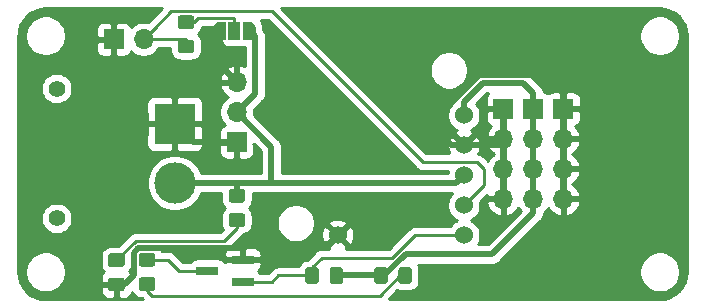
<source format=gtl>
G04 #@! TF.GenerationSoftware,KiCad,Pcbnew,(5.1.5)-3*
G04 #@! TF.CreationDate,2021-10-17T17:05:07-07:00*
G04 #@! TF.ProjectId,D24V22Fx_breakout,44323456-3232-4467-985f-627265616b6f,rev?*
G04 #@! TF.SameCoordinates,Original*
G04 #@! TF.FileFunction,Copper,L1,Top*
G04 #@! TF.FilePolarity,Positive*
%FSLAX46Y46*%
G04 Gerber Fmt 4.6, Leading zero omitted, Abs format (unit mm)*
G04 Created by KiCad (PCBNEW (5.1.5)-3) date 2021-10-17 17:05:07*
%MOMM*%
%LPD*%
G04 APERTURE LIST*
%ADD10O,1.700000X1.700000*%
%ADD11R,1.700000X1.700000*%
%ADD12C,0.100000*%
%ADD13R,1.000000X1.500000*%
%ADD14R,1.900000X0.800000*%
%ADD15C,1.524000*%
%ADD16C,3.500000*%
%ADD17R,3.500000X3.500000*%
%ADD18C,1.400000*%
%ADD19C,0.800000*%
%ADD20C,0.250000*%
%ADD21C,0.500000*%
%ADD22C,0.254000*%
G04 APERTURE END LIST*
D10*
X163830000Y-83820000D03*
X163830000Y-81280000D03*
X163830000Y-78740000D03*
D11*
X163830000Y-76200000D03*
D10*
X161290000Y-83820000D03*
X161290000Y-81280000D03*
X161290000Y-78740000D03*
D11*
X161290000Y-76200000D03*
D10*
X158750000Y-83820000D03*
X158750000Y-81280000D03*
X158750000Y-78740000D03*
D11*
X158750000Y-76200000D03*
D10*
X128300000Y-70300000D03*
D11*
X125760000Y-70300000D03*
G04 #@! TA.AperFunction,SMDPad,CuDef*
D12*
G36*
X132374505Y-68276204D02*
G01*
X132398773Y-68279804D01*
X132422572Y-68285765D01*
X132445671Y-68294030D01*
X132467850Y-68304520D01*
X132488893Y-68317132D01*
X132508599Y-68331747D01*
X132526777Y-68348223D01*
X132543253Y-68366401D01*
X132557868Y-68386107D01*
X132570480Y-68407150D01*
X132580970Y-68429329D01*
X132589235Y-68452428D01*
X132595196Y-68476227D01*
X132598796Y-68500495D01*
X132600000Y-68524999D01*
X132600000Y-69175001D01*
X132598796Y-69199505D01*
X132595196Y-69223773D01*
X132589235Y-69247572D01*
X132580970Y-69270671D01*
X132570480Y-69292850D01*
X132557868Y-69313893D01*
X132543253Y-69333599D01*
X132526777Y-69351777D01*
X132508599Y-69368253D01*
X132488893Y-69382868D01*
X132467850Y-69395480D01*
X132445671Y-69405970D01*
X132422572Y-69414235D01*
X132398773Y-69420196D01*
X132374505Y-69423796D01*
X132350001Y-69425000D01*
X131449999Y-69425000D01*
X131425495Y-69423796D01*
X131401227Y-69420196D01*
X131377428Y-69414235D01*
X131354329Y-69405970D01*
X131332150Y-69395480D01*
X131311107Y-69382868D01*
X131291401Y-69368253D01*
X131273223Y-69351777D01*
X131256747Y-69333599D01*
X131242132Y-69313893D01*
X131229520Y-69292850D01*
X131219030Y-69270671D01*
X131210765Y-69247572D01*
X131204804Y-69223773D01*
X131201204Y-69199505D01*
X131200000Y-69175001D01*
X131200000Y-68524999D01*
X131201204Y-68500495D01*
X131204804Y-68476227D01*
X131210765Y-68452428D01*
X131219030Y-68429329D01*
X131229520Y-68407150D01*
X131242132Y-68386107D01*
X131256747Y-68366401D01*
X131273223Y-68348223D01*
X131291401Y-68331747D01*
X131311107Y-68317132D01*
X131332150Y-68304520D01*
X131354329Y-68294030D01*
X131377428Y-68285765D01*
X131401227Y-68279804D01*
X131425495Y-68276204D01*
X131449999Y-68275000D01*
X132350001Y-68275000D01*
X132374505Y-68276204D01*
G37*
G04 #@! TD.AperFunction*
G04 #@! TA.AperFunction,SMDPad,CuDef*
G36*
X132374505Y-70326204D02*
G01*
X132398773Y-70329804D01*
X132422572Y-70335765D01*
X132445671Y-70344030D01*
X132467850Y-70354520D01*
X132488893Y-70367132D01*
X132508599Y-70381747D01*
X132526777Y-70398223D01*
X132543253Y-70416401D01*
X132557868Y-70436107D01*
X132570480Y-70457150D01*
X132580970Y-70479329D01*
X132589235Y-70502428D01*
X132595196Y-70526227D01*
X132598796Y-70550495D01*
X132600000Y-70574999D01*
X132600000Y-71225001D01*
X132598796Y-71249505D01*
X132595196Y-71273773D01*
X132589235Y-71297572D01*
X132580970Y-71320671D01*
X132570480Y-71342850D01*
X132557868Y-71363893D01*
X132543253Y-71383599D01*
X132526777Y-71401777D01*
X132508599Y-71418253D01*
X132488893Y-71432868D01*
X132467850Y-71445480D01*
X132445671Y-71455970D01*
X132422572Y-71464235D01*
X132398773Y-71470196D01*
X132374505Y-71473796D01*
X132350001Y-71475000D01*
X131449999Y-71475000D01*
X131425495Y-71473796D01*
X131401227Y-71470196D01*
X131377428Y-71464235D01*
X131354329Y-71455970D01*
X131332150Y-71445480D01*
X131311107Y-71432868D01*
X131291401Y-71418253D01*
X131273223Y-71401777D01*
X131256747Y-71383599D01*
X131242132Y-71363893D01*
X131229520Y-71342850D01*
X131219030Y-71320671D01*
X131210765Y-71297572D01*
X131204804Y-71273773D01*
X131201204Y-71249505D01*
X131200000Y-71225001D01*
X131200000Y-70574999D01*
X131201204Y-70550495D01*
X131204804Y-70526227D01*
X131210765Y-70502428D01*
X131219030Y-70479329D01*
X131229520Y-70457150D01*
X131242132Y-70436107D01*
X131256747Y-70416401D01*
X131273223Y-70398223D01*
X131291401Y-70381747D01*
X131311107Y-70367132D01*
X131332150Y-70354520D01*
X131354329Y-70344030D01*
X131377428Y-70335765D01*
X131401227Y-70329804D01*
X131425495Y-70326204D01*
X131449999Y-70325000D01*
X132350001Y-70325000D01*
X132374505Y-70326204D01*
G37*
G04 #@! TD.AperFunction*
D13*
X136000000Y-69600000D03*
G04 #@! TA.AperFunction,SMDPad,CuDef*
D12*
G36*
X134700000Y-70349398D02*
G01*
X134675466Y-70349398D01*
X134626635Y-70344588D01*
X134578510Y-70335016D01*
X134531555Y-70320772D01*
X134486222Y-70301995D01*
X134442949Y-70278864D01*
X134402150Y-70251604D01*
X134364221Y-70220476D01*
X134329524Y-70185779D01*
X134298396Y-70147850D01*
X134271136Y-70107051D01*
X134248005Y-70063778D01*
X134229228Y-70018445D01*
X134214984Y-69971490D01*
X134205412Y-69923365D01*
X134200602Y-69874534D01*
X134200602Y-69850000D01*
X134200000Y-69850000D01*
X134200000Y-69350000D01*
X134200602Y-69350000D01*
X134200602Y-69325466D01*
X134205412Y-69276635D01*
X134214984Y-69228510D01*
X134229228Y-69181555D01*
X134248005Y-69136222D01*
X134271136Y-69092949D01*
X134298396Y-69052150D01*
X134329524Y-69014221D01*
X134364221Y-68979524D01*
X134402150Y-68948396D01*
X134442949Y-68921136D01*
X134486222Y-68898005D01*
X134531555Y-68879228D01*
X134578510Y-68864984D01*
X134626635Y-68855412D01*
X134675466Y-68850602D01*
X134700000Y-68850602D01*
X134700000Y-68850000D01*
X135250000Y-68850000D01*
X135250000Y-70350000D01*
X134700000Y-70350000D01*
X134700000Y-70349398D01*
G37*
G04 #@! TD.AperFunction*
G04 #@! TA.AperFunction,SMDPad,CuDef*
G36*
X136750000Y-68850000D02*
G01*
X137300000Y-68850000D01*
X137300000Y-68850602D01*
X137324534Y-68850602D01*
X137373365Y-68855412D01*
X137421490Y-68864984D01*
X137468445Y-68879228D01*
X137513778Y-68898005D01*
X137557051Y-68921136D01*
X137597850Y-68948396D01*
X137635779Y-68979524D01*
X137670476Y-69014221D01*
X137701604Y-69052150D01*
X137728864Y-69092949D01*
X137751995Y-69136222D01*
X137770772Y-69181555D01*
X137785016Y-69228510D01*
X137794588Y-69276635D01*
X137799398Y-69325466D01*
X137799398Y-69350000D01*
X137800000Y-69350000D01*
X137800000Y-69850000D01*
X137799398Y-69850000D01*
X137799398Y-69874534D01*
X137794588Y-69923365D01*
X137785016Y-69971490D01*
X137770772Y-70018445D01*
X137751995Y-70063778D01*
X137728864Y-70107051D01*
X137701604Y-70147850D01*
X137670476Y-70185779D01*
X137635779Y-70220476D01*
X137597850Y-70251604D01*
X137557051Y-70278864D01*
X137513778Y-70301995D01*
X137468445Y-70320772D01*
X137421490Y-70335016D01*
X137373365Y-70344588D01*
X137324534Y-70349398D01*
X137300000Y-70349398D01*
X137300000Y-70350000D01*
X136750000Y-70350000D01*
X136750000Y-68850000D01*
G37*
G04 #@! TD.AperFunction*
G04 #@! TA.AperFunction,SMDPad,CuDef*
G36*
X136674505Y-85026204D02*
G01*
X136698773Y-85029804D01*
X136722572Y-85035765D01*
X136745671Y-85044030D01*
X136767850Y-85054520D01*
X136788893Y-85067132D01*
X136808599Y-85081747D01*
X136826777Y-85098223D01*
X136843253Y-85116401D01*
X136857868Y-85136107D01*
X136870480Y-85157150D01*
X136880970Y-85179329D01*
X136889235Y-85202428D01*
X136895196Y-85226227D01*
X136898796Y-85250495D01*
X136900000Y-85274999D01*
X136900000Y-85925001D01*
X136898796Y-85949505D01*
X136895196Y-85973773D01*
X136889235Y-85997572D01*
X136880970Y-86020671D01*
X136870480Y-86042850D01*
X136857868Y-86063893D01*
X136843253Y-86083599D01*
X136826777Y-86101777D01*
X136808599Y-86118253D01*
X136788893Y-86132868D01*
X136767850Y-86145480D01*
X136745671Y-86155970D01*
X136722572Y-86164235D01*
X136698773Y-86170196D01*
X136674505Y-86173796D01*
X136650001Y-86175000D01*
X135749999Y-86175000D01*
X135725495Y-86173796D01*
X135701227Y-86170196D01*
X135677428Y-86164235D01*
X135654329Y-86155970D01*
X135632150Y-86145480D01*
X135611107Y-86132868D01*
X135591401Y-86118253D01*
X135573223Y-86101777D01*
X135556747Y-86083599D01*
X135542132Y-86063893D01*
X135529520Y-86042850D01*
X135519030Y-86020671D01*
X135510765Y-85997572D01*
X135504804Y-85973773D01*
X135501204Y-85949505D01*
X135500000Y-85925001D01*
X135500000Y-85274999D01*
X135501204Y-85250495D01*
X135504804Y-85226227D01*
X135510765Y-85202428D01*
X135519030Y-85179329D01*
X135529520Y-85157150D01*
X135542132Y-85136107D01*
X135556747Y-85116401D01*
X135573223Y-85098223D01*
X135591401Y-85081747D01*
X135611107Y-85067132D01*
X135632150Y-85054520D01*
X135654329Y-85044030D01*
X135677428Y-85035765D01*
X135701227Y-85029804D01*
X135725495Y-85026204D01*
X135749999Y-85025000D01*
X136650001Y-85025000D01*
X136674505Y-85026204D01*
G37*
G04 #@! TD.AperFunction*
G04 #@! TA.AperFunction,SMDPad,CuDef*
G36*
X136674505Y-82976204D02*
G01*
X136698773Y-82979804D01*
X136722572Y-82985765D01*
X136745671Y-82994030D01*
X136767850Y-83004520D01*
X136788893Y-83017132D01*
X136808599Y-83031747D01*
X136826777Y-83048223D01*
X136843253Y-83066401D01*
X136857868Y-83086107D01*
X136870480Y-83107150D01*
X136880970Y-83129329D01*
X136889235Y-83152428D01*
X136895196Y-83176227D01*
X136898796Y-83200495D01*
X136900000Y-83224999D01*
X136900000Y-83875001D01*
X136898796Y-83899505D01*
X136895196Y-83923773D01*
X136889235Y-83947572D01*
X136880970Y-83970671D01*
X136870480Y-83992850D01*
X136857868Y-84013893D01*
X136843253Y-84033599D01*
X136826777Y-84051777D01*
X136808599Y-84068253D01*
X136788893Y-84082868D01*
X136767850Y-84095480D01*
X136745671Y-84105970D01*
X136722572Y-84114235D01*
X136698773Y-84120196D01*
X136674505Y-84123796D01*
X136650001Y-84125000D01*
X135749999Y-84125000D01*
X135725495Y-84123796D01*
X135701227Y-84120196D01*
X135677428Y-84114235D01*
X135654329Y-84105970D01*
X135632150Y-84095480D01*
X135611107Y-84082868D01*
X135591401Y-84068253D01*
X135573223Y-84051777D01*
X135556747Y-84033599D01*
X135542132Y-84013893D01*
X135529520Y-83992850D01*
X135519030Y-83970671D01*
X135510765Y-83947572D01*
X135504804Y-83923773D01*
X135501204Y-83899505D01*
X135500000Y-83875001D01*
X135500000Y-83224999D01*
X135501204Y-83200495D01*
X135504804Y-83176227D01*
X135510765Y-83152428D01*
X135519030Y-83129329D01*
X135529520Y-83107150D01*
X135542132Y-83086107D01*
X135556747Y-83066401D01*
X135573223Y-83048223D01*
X135591401Y-83031747D01*
X135611107Y-83017132D01*
X135632150Y-83004520D01*
X135654329Y-82994030D01*
X135677428Y-82985765D01*
X135701227Y-82979804D01*
X135725495Y-82976204D01*
X135749999Y-82975000D01*
X136650001Y-82975000D01*
X136674505Y-82976204D01*
G37*
G04 #@! TD.AperFunction*
G04 #@! TA.AperFunction,SMDPad,CuDef*
G36*
X126474505Y-88426204D02*
G01*
X126498773Y-88429804D01*
X126522572Y-88435765D01*
X126545671Y-88444030D01*
X126567850Y-88454520D01*
X126588893Y-88467132D01*
X126608599Y-88481747D01*
X126626777Y-88498223D01*
X126643253Y-88516401D01*
X126657868Y-88536107D01*
X126670480Y-88557150D01*
X126680970Y-88579329D01*
X126689235Y-88602428D01*
X126695196Y-88626227D01*
X126698796Y-88650495D01*
X126700000Y-88674999D01*
X126700000Y-89325001D01*
X126698796Y-89349505D01*
X126695196Y-89373773D01*
X126689235Y-89397572D01*
X126680970Y-89420671D01*
X126670480Y-89442850D01*
X126657868Y-89463893D01*
X126643253Y-89483599D01*
X126626777Y-89501777D01*
X126608599Y-89518253D01*
X126588893Y-89532868D01*
X126567850Y-89545480D01*
X126545671Y-89555970D01*
X126522572Y-89564235D01*
X126498773Y-89570196D01*
X126474505Y-89573796D01*
X126450001Y-89575000D01*
X125549999Y-89575000D01*
X125525495Y-89573796D01*
X125501227Y-89570196D01*
X125477428Y-89564235D01*
X125454329Y-89555970D01*
X125432150Y-89545480D01*
X125411107Y-89532868D01*
X125391401Y-89518253D01*
X125373223Y-89501777D01*
X125356747Y-89483599D01*
X125342132Y-89463893D01*
X125329520Y-89442850D01*
X125319030Y-89420671D01*
X125310765Y-89397572D01*
X125304804Y-89373773D01*
X125301204Y-89349505D01*
X125300000Y-89325001D01*
X125300000Y-88674999D01*
X125301204Y-88650495D01*
X125304804Y-88626227D01*
X125310765Y-88602428D01*
X125319030Y-88579329D01*
X125329520Y-88557150D01*
X125342132Y-88536107D01*
X125356747Y-88516401D01*
X125373223Y-88498223D01*
X125391401Y-88481747D01*
X125411107Y-88467132D01*
X125432150Y-88454520D01*
X125454329Y-88444030D01*
X125477428Y-88435765D01*
X125501227Y-88429804D01*
X125525495Y-88426204D01*
X125549999Y-88425000D01*
X126450001Y-88425000D01*
X126474505Y-88426204D01*
G37*
G04 #@! TD.AperFunction*
G04 #@! TA.AperFunction,SMDPad,CuDef*
G36*
X126474505Y-90476204D02*
G01*
X126498773Y-90479804D01*
X126522572Y-90485765D01*
X126545671Y-90494030D01*
X126567850Y-90504520D01*
X126588893Y-90517132D01*
X126608599Y-90531747D01*
X126626777Y-90548223D01*
X126643253Y-90566401D01*
X126657868Y-90586107D01*
X126670480Y-90607150D01*
X126680970Y-90629329D01*
X126689235Y-90652428D01*
X126695196Y-90676227D01*
X126698796Y-90700495D01*
X126700000Y-90724999D01*
X126700000Y-91375001D01*
X126698796Y-91399505D01*
X126695196Y-91423773D01*
X126689235Y-91447572D01*
X126680970Y-91470671D01*
X126670480Y-91492850D01*
X126657868Y-91513893D01*
X126643253Y-91533599D01*
X126626777Y-91551777D01*
X126608599Y-91568253D01*
X126588893Y-91582868D01*
X126567850Y-91595480D01*
X126545671Y-91605970D01*
X126522572Y-91614235D01*
X126498773Y-91620196D01*
X126474505Y-91623796D01*
X126450001Y-91625000D01*
X125549999Y-91625000D01*
X125525495Y-91623796D01*
X125501227Y-91620196D01*
X125477428Y-91614235D01*
X125454329Y-91605970D01*
X125432150Y-91595480D01*
X125411107Y-91582868D01*
X125391401Y-91568253D01*
X125373223Y-91551777D01*
X125356747Y-91533599D01*
X125342132Y-91513893D01*
X125329520Y-91492850D01*
X125319030Y-91470671D01*
X125310765Y-91447572D01*
X125304804Y-91423773D01*
X125301204Y-91399505D01*
X125300000Y-91375001D01*
X125300000Y-90724999D01*
X125301204Y-90700495D01*
X125304804Y-90676227D01*
X125310765Y-90652428D01*
X125319030Y-90629329D01*
X125329520Y-90607150D01*
X125342132Y-90586107D01*
X125356747Y-90566401D01*
X125373223Y-90548223D01*
X125391401Y-90531747D01*
X125411107Y-90517132D01*
X125432150Y-90504520D01*
X125454329Y-90494030D01*
X125477428Y-90485765D01*
X125501227Y-90479804D01*
X125525495Y-90476204D01*
X125549999Y-90475000D01*
X126450001Y-90475000D01*
X126474505Y-90476204D01*
G37*
G04 #@! TD.AperFunction*
D14*
X133700000Y-89900000D03*
X136700000Y-88950000D03*
X136700000Y-90850000D03*
D15*
X155422600Y-86898480D03*
X155422600Y-84358480D03*
X155422600Y-81818480D03*
X155422600Y-79278480D03*
X155422600Y-76738480D03*
X144732600Y-86898480D03*
G04 #@! TA.AperFunction,SMDPad,CuDef*
D12*
G36*
X142924505Y-89601204D02*
G01*
X142948773Y-89604804D01*
X142972572Y-89610765D01*
X142995671Y-89619030D01*
X143017850Y-89629520D01*
X143038893Y-89642132D01*
X143058599Y-89656747D01*
X143076777Y-89673223D01*
X143093253Y-89691401D01*
X143107868Y-89711107D01*
X143120480Y-89732150D01*
X143130970Y-89754329D01*
X143139235Y-89777428D01*
X143145196Y-89801227D01*
X143148796Y-89825495D01*
X143150000Y-89849999D01*
X143150000Y-90750001D01*
X143148796Y-90774505D01*
X143145196Y-90798773D01*
X143139235Y-90822572D01*
X143130970Y-90845671D01*
X143120480Y-90867850D01*
X143107868Y-90888893D01*
X143093253Y-90908599D01*
X143076777Y-90926777D01*
X143058599Y-90943253D01*
X143038893Y-90957868D01*
X143017850Y-90970480D01*
X142995671Y-90980970D01*
X142972572Y-90989235D01*
X142948773Y-90995196D01*
X142924505Y-90998796D01*
X142900001Y-91000000D01*
X142249999Y-91000000D01*
X142225495Y-90998796D01*
X142201227Y-90995196D01*
X142177428Y-90989235D01*
X142154329Y-90980970D01*
X142132150Y-90970480D01*
X142111107Y-90957868D01*
X142091401Y-90943253D01*
X142073223Y-90926777D01*
X142056747Y-90908599D01*
X142042132Y-90888893D01*
X142029520Y-90867850D01*
X142019030Y-90845671D01*
X142010765Y-90822572D01*
X142004804Y-90798773D01*
X142001204Y-90774505D01*
X142000000Y-90750001D01*
X142000000Y-89849999D01*
X142001204Y-89825495D01*
X142004804Y-89801227D01*
X142010765Y-89777428D01*
X142019030Y-89754329D01*
X142029520Y-89732150D01*
X142042132Y-89711107D01*
X142056747Y-89691401D01*
X142073223Y-89673223D01*
X142091401Y-89656747D01*
X142111107Y-89642132D01*
X142132150Y-89629520D01*
X142154329Y-89619030D01*
X142177428Y-89610765D01*
X142201227Y-89604804D01*
X142225495Y-89601204D01*
X142249999Y-89600000D01*
X142900001Y-89600000D01*
X142924505Y-89601204D01*
G37*
G04 #@! TD.AperFunction*
G04 #@! TA.AperFunction,SMDPad,CuDef*
G36*
X144974505Y-89601204D02*
G01*
X144998773Y-89604804D01*
X145022572Y-89610765D01*
X145045671Y-89619030D01*
X145067850Y-89629520D01*
X145088893Y-89642132D01*
X145108599Y-89656747D01*
X145126777Y-89673223D01*
X145143253Y-89691401D01*
X145157868Y-89711107D01*
X145170480Y-89732150D01*
X145180970Y-89754329D01*
X145189235Y-89777428D01*
X145195196Y-89801227D01*
X145198796Y-89825495D01*
X145200000Y-89849999D01*
X145200000Y-90750001D01*
X145198796Y-90774505D01*
X145195196Y-90798773D01*
X145189235Y-90822572D01*
X145180970Y-90845671D01*
X145170480Y-90867850D01*
X145157868Y-90888893D01*
X145143253Y-90908599D01*
X145126777Y-90926777D01*
X145108599Y-90943253D01*
X145088893Y-90957868D01*
X145067850Y-90970480D01*
X145045671Y-90980970D01*
X145022572Y-90989235D01*
X144998773Y-90995196D01*
X144974505Y-90998796D01*
X144950001Y-91000000D01*
X144299999Y-91000000D01*
X144275495Y-90998796D01*
X144251227Y-90995196D01*
X144227428Y-90989235D01*
X144204329Y-90980970D01*
X144182150Y-90970480D01*
X144161107Y-90957868D01*
X144141401Y-90943253D01*
X144123223Y-90926777D01*
X144106747Y-90908599D01*
X144092132Y-90888893D01*
X144079520Y-90867850D01*
X144069030Y-90845671D01*
X144060765Y-90822572D01*
X144054804Y-90798773D01*
X144051204Y-90774505D01*
X144050000Y-90750001D01*
X144050000Y-89849999D01*
X144051204Y-89825495D01*
X144054804Y-89801227D01*
X144060765Y-89777428D01*
X144069030Y-89754329D01*
X144079520Y-89732150D01*
X144092132Y-89711107D01*
X144106747Y-89691401D01*
X144123223Y-89673223D01*
X144141401Y-89656747D01*
X144161107Y-89642132D01*
X144182150Y-89629520D01*
X144204329Y-89619030D01*
X144227428Y-89610765D01*
X144251227Y-89604804D01*
X144275495Y-89601204D01*
X144299999Y-89600000D01*
X144950001Y-89600000D01*
X144974505Y-89601204D01*
G37*
G04 #@! TD.AperFunction*
G04 #@! TA.AperFunction,SMDPad,CuDef*
G36*
X150799505Y-89601204D02*
G01*
X150823773Y-89604804D01*
X150847572Y-89610765D01*
X150870671Y-89619030D01*
X150892850Y-89629520D01*
X150913893Y-89642132D01*
X150933599Y-89656747D01*
X150951777Y-89673223D01*
X150968253Y-89691401D01*
X150982868Y-89711107D01*
X150995480Y-89732150D01*
X151005970Y-89754329D01*
X151014235Y-89777428D01*
X151020196Y-89801227D01*
X151023796Y-89825495D01*
X151025000Y-89849999D01*
X151025000Y-90750001D01*
X151023796Y-90774505D01*
X151020196Y-90798773D01*
X151014235Y-90822572D01*
X151005970Y-90845671D01*
X150995480Y-90867850D01*
X150982868Y-90888893D01*
X150968253Y-90908599D01*
X150951777Y-90926777D01*
X150933599Y-90943253D01*
X150913893Y-90957868D01*
X150892850Y-90970480D01*
X150870671Y-90980970D01*
X150847572Y-90989235D01*
X150823773Y-90995196D01*
X150799505Y-90998796D01*
X150775001Y-91000000D01*
X150124999Y-91000000D01*
X150100495Y-90998796D01*
X150076227Y-90995196D01*
X150052428Y-90989235D01*
X150029329Y-90980970D01*
X150007150Y-90970480D01*
X149986107Y-90957868D01*
X149966401Y-90943253D01*
X149948223Y-90926777D01*
X149931747Y-90908599D01*
X149917132Y-90888893D01*
X149904520Y-90867850D01*
X149894030Y-90845671D01*
X149885765Y-90822572D01*
X149879804Y-90798773D01*
X149876204Y-90774505D01*
X149875000Y-90750001D01*
X149875000Y-89849999D01*
X149876204Y-89825495D01*
X149879804Y-89801227D01*
X149885765Y-89777428D01*
X149894030Y-89754329D01*
X149904520Y-89732150D01*
X149917132Y-89711107D01*
X149931747Y-89691401D01*
X149948223Y-89673223D01*
X149966401Y-89656747D01*
X149986107Y-89642132D01*
X150007150Y-89629520D01*
X150029329Y-89619030D01*
X150052428Y-89610765D01*
X150076227Y-89604804D01*
X150100495Y-89601204D01*
X150124999Y-89600000D01*
X150775001Y-89600000D01*
X150799505Y-89601204D01*
G37*
G04 #@! TD.AperFunction*
G04 #@! TA.AperFunction,SMDPad,CuDef*
G36*
X148749505Y-89601204D02*
G01*
X148773773Y-89604804D01*
X148797572Y-89610765D01*
X148820671Y-89619030D01*
X148842850Y-89629520D01*
X148863893Y-89642132D01*
X148883599Y-89656747D01*
X148901777Y-89673223D01*
X148918253Y-89691401D01*
X148932868Y-89711107D01*
X148945480Y-89732150D01*
X148955970Y-89754329D01*
X148964235Y-89777428D01*
X148970196Y-89801227D01*
X148973796Y-89825495D01*
X148975000Y-89849999D01*
X148975000Y-90750001D01*
X148973796Y-90774505D01*
X148970196Y-90798773D01*
X148964235Y-90822572D01*
X148955970Y-90845671D01*
X148945480Y-90867850D01*
X148932868Y-90888893D01*
X148918253Y-90908599D01*
X148901777Y-90926777D01*
X148883599Y-90943253D01*
X148863893Y-90957868D01*
X148842850Y-90970480D01*
X148820671Y-90980970D01*
X148797572Y-90989235D01*
X148773773Y-90995196D01*
X148749505Y-90998796D01*
X148725001Y-91000000D01*
X148074999Y-91000000D01*
X148050495Y-90998796D01*
X148026227Y-90995196D01*
X148002428Y-90989235D01*
X147979329Y-90980970D01*
X147957150Y-90970480D01*
X147936107Y-90957868D01*
X147916401Y-90943253D01*
X147898223Y-90926777D01*
X147881747Y-90908599D01*
X147867132Y-90888893D01*
X147854520Y-90867850D01*
X147844030Y-90845671D01*
X147835765Y-90822572D01*
X147829804Y-90798773D01*
X147826204Y-90774505D01*
X147825000Y-90750001D01*
X147825000Y-89849999D01*
X147826204Y-89825495D01*
X147829804Y-89801227D01*
X147835765Y-89777428D01*
X147844030Y-89754329D01*
X147854520Y-89732150D01*
X147867132Y-89711107D01*
X147881747Y-89691401D01*
X147898223Y-89673223D01*
X147916401Y-89656747D01*
X147936107Y-89642132D01*
X147957150Y-89629520D01*
X147979329Y-89619030D01*
X148002428Y-89610765D01*
X148026227Y-89604804D01*
X148050495Y-89601204D01*
X148074999Y-89600000D01*
X148725001Y-89600000D01*
X148749505Y-89601204D01*
G37*
G04 #@! TD.AperFunction*
G04 #@! TA.AperFunction,SMDPad,CuDef*
G36*
X129074505Y-90451204D02*
G01*
X129098773Y-90454804D01*
X129122572Y-90460765D01*
X129145671Y-90469030D01*
X129167850Y-90479520D01*
X129188893Y-90492132D01*
X129208599Y-90506747D01*
X129226777Y-90523223D01*
X129243253Y-90541401D01*
X129257868Y-90561107D01*
X129270480Y-90582150D01*
X129280970Y-90604329D01*
X129289235Y-90627428D01*
X129295196Y-90651227D01*
X129298796Y-90675495D01*
X129300000Y-90699999D01*
X129300000Y-91350001D01*
X129298796Y-91374505D01*
X129295196Y-91398773D01*
X129289235Y-91422572D01*
X129280970Y-91445671D01*
X129270480Y-91467850D01*
X129257868Y-91488893D01*
X129243253Y-91508599D01*
X129226777Y-91526777D01*
X129208599Y-91543253D01*
X129188893Y-91557868D01*
X129167850Y-91570480D01*
X129145671Y-91580970D01*
X129122572Y-91589235D01*
X129098773Y-91595196D01*
X129074505Y-91598796D01*
X129050001Y-91600000D01*
X128149999Y-91600000D01*
X128125495Y-91598796D01*
X128101227Y-91595196D01*
X128077428Y-91589235D01*
X128054329Y-91580970D01*
X128032150Y-91570480D01*
X128011107Y-91557868D01*
X127991401Y-91543253D01*
X127973223Y-91526777D01*
X127956747Y-91508599D01*
X127942132Y-91488893D01*
X127929520Y-91467850D01*
X127919030Y-91445671D01*
X127910765Y-91422572D01*
X127904804Y-91398773D01*
X127901204Y-91374505D01*
X127900000Y-91350001D01*
X127900000Y-90699999D01*
X127901204Y-90675495D01*
X127904804Y-90651227D01*
X127910765Y-90627428D01*
X127919030Y-90604329D01*
X127929520Y-90582150D01*
X127942132Y-90561107D01*
X127956747Y-90541401D01*
X127973223Y-90523223D01*
X127991401Y-90506747D01*
X128011107Y-90492132D01*
X128032150Y-90479520D01*
X128054329Y-90469030D01*
X128077428Y-90460765D01*
X128101227Y-90454804D01*
X128125495Y-90451204D01*
X128149999Y-90450000D01*
X129050001Y-90450000D01*
X129074505Y-90451204D01*
G37*
G04 #@! TD.AperFunction*
G04 #@! TA.AperFunction,SMDPad,CuDef*
G36*
X129074505Y-88401204D02*
G01*
X129098773Y-88404804D01*
X129122572Y-88410765D01*
X129145671Y-88419030D01*
X129167850Y-88429520D01*
X129188893Y-88442132D01*
X129208599Y-88456747D01*
X129226777Y-88473223D01*
X129243253Y-88491401D01*
X129257868Y-88511107D01*
X129270480Y-88532150D01*
X129280970Y-88554329D01*
X129289235Y-88577428D01*
X129295196Y-88601227D01*
X129298796Y-88625495D01*
X129300000Y-88649999D01*
X129300000Y-89300001D01*
X129298796Y-89324505D01*
X129295196Y-89348773D01*
X129289235Y-89372572D01*
X129280970Y-89395671D01*
X129270480Y-89417850D01*
X129257868Y-89438893D01*
X129243253Y-89458599D01*
X129226777Y-89476777D01*
X129208599Y-89493253D01*
X129188893Y-89507868D01*
X129167850Y-89520480D01*
X129145671Y-89530970D01*
X129122572Y-89539235D01*
X129098773Y-89545196D01*
X129074505Y-89548796D01*
X129050001Y-89550000D01*
X128149999Y-89550000D01*
X128125495Y-89548796D01*
X128101227Y-89545196D01*
X128077428Y-89539235D01*
X128054329Y-89530970D01*
X128032150Y-89520480D01*
X128011107Y-89507868D01*
X127991401Y-89493253D01*
X127973223Y-89476777D01*
X127956747Y-89458599D01*
X127942132Y-89438893D01*
X127929520Y-89417850D01*
X127919030Y-89395671D01*
X127910765Y-89372572D01*
X127904804Y-89348773D01*
X127901204Y-89324505D01*
X127900000Y-89300001D01*
X127900000Y-88649999D01*
X127901204Y-88625495D01*
X127904804Y-88601227D01*
X127910765Y-88577428D01*
X127919030Y-88554329D01*
X127929520Y-88532150D01*
X127942132Y-88511107D01*
X127956747Y-88491401D01*
X127973223Y-88473223D01*
X127991401Y-88456747D01*
X128011107Y-88442132D01*
X128032150Y-88429520D01*
X128054329Y-88419030D01*
X128077428Y-88410765D01*
X128101227Y-88404804D01*
X128125495Y-88401204D01*
X128149999Y-88400000D01*
X129050001Y-88400000D01*
X129074505Y-88401204D01*
G37*
G04 #@! TD.AperFunction*
D16*
X130937000Y-82470000D03*
D17*
X130937000Y-77470000D03*
D18*
X120937000Y-85470000D03*
X120937000Y-74470000D03*
D10*
X136200000Y-73920000D03*
X136200000Y-76460000D03*
D11*
X136200000Y-79000000D03*
D19*
X164000000Y-70000000D03*
X157000000Y-70000000D03*
X149000000Y-70000000D03*
X149000000Y-80000000D03*
X142000000Y-80000000D03*
X142000000Y-74000000D03*
X154000000Y-91000000D03*
X149000000Y-85000000D03*
X126000000Y-85000000D03*
X126000000Y-80000000D03*
X126108500Y-74891500D03*
X121000000Y-80000000D03*
X169250000Y-76250000D03*
X169250000Y-80000000D03*
X169250000Y-83750000D03*
X164500000Y-87500000D03*
D20*
X149988190Y-90300000D02*
X148288190Y-92000000D01*
X150450000Y-90300000D02*
X149988190Y-90300000D01*
X128600000Y-91600000D02*
X128600000Y-91025000D01*
X129000000Y-92000000D02*
X128600000Y-91600000D01*
X148288190Y-92000000D02*
X129000000Y-92000000D01*
X128600000Y-88975000D02*
X130375000Y-88975000D01*
X131300000Y-89900000D02*
X133700000Y-89900000D01*
X130375000Y-88975000D02*
X131300000Y-89900000D01*
D21*
X148400000Y-90300000D02*
X144625000Y-90300000D01*
X155422600Y-76738480D02*
X155422600Y-75577400D01*
X155422600Y-75577400D02*
X157000000Y-74000000D01*
X161290000Y-74850000D02*
X161290000Y-76200000D01*
X160440000Y-74000000D02*
X161290000Y-74850000D01*
X157000000Y-74000000D02*
X160440000Y-74000000D01*
X161290000Y-83820000D02*
X161290000Y-76200000D01*
X161290000Y-85022081D02*
X157812081Y-88500000D01*
X161290000Y-83820000D02*
X161290000Y-85022081D01*
X148685034Y-90300000D02*
X148400000Y-90300000D01*
X150485034Y-88500000D02*
X148685034Y-90300000D01*
X157812081Y-88500000D02*
X150485034Y-88500000D01*
X154771080Y-82470000D02*
X155422600Y-81818480D01*
X136200000Y-82600000D02*
X136200000Y-83550000D01*
X136330000Y-82470000D02*
X136200000Y-82600000D01*
X130937000Y-82470000D02*
X136330000Y-82470000D01*
X139130000Y-82470000D02*
X139130000Y-79390000D01*
X139130000Y-79390000D02*
X136200000Y-76460000D01*
X139130000Y-82470000D02*
X154771080Y-82470000D01*
X136330000Y-82470000D02*
X139130000Y-82470000D01*
X137049999Y-75610001D02*
X136200000Y-76460000D01*
X137754064Y-74905936D02*
X137049999Y-75610001D01*
X137754064Y-70054064D02*
X137754064Y-74905936D01*
X137300000Y-69600000D02*
X137754064Y-70054064D01*
D20*
X142575000Y-89600000D02*
X143375000Y-88800000D01*
X142575000Y-90300000D02*
X142575000Y-89600000D01*
X151273368Y-86898480D02*
X154344970Y-86898480D01*
X154344970Y-86898480D02*
X155422600Y-86898480D01*
X149371848Y-88800000D02*
X151273368Y-86898480D01*
X143375000Y-88800000D02*
X149371848Y-88800000D01*
X136700000Y-90850000D02*
X139150000Y-90850000D01*
X139700000Y-90300000D02*
X142575000Y-90300000D01*
X139150000Y-90850000D02*
X139700000Y-90300000D01*
D21*
X127860044Y-87949990D02*
X136599990Y-87949990D01*
X136599990Y-87949990D02*
X136700000Y-88050000D01*
X127449990Y-88360044D02*
X127860044Y-87949990D01*
X127449990Y-90300010D02*
X127449990Y-88360044D01*
X126700000Y-91050000D02*
X127449990Y-90300010D01*
X126000000Y-91050000D02*
X126700000Y-91050000D01*
X134700000Y-72420000D02*
X136200000Y-73920000D01*
X134700000Y-69600000D02*
X134700000Y-72420000D01*
X136700000Y-88050000D02*
X136700000Y-88950000D01*
X143970601Y-87660479D02*
X137089521Y-87660479D01*
X137089521Y-87660479D02*
X136700000Y-88050000D01*
X144732600Y-86898480D02*
X143970601Y-87660479D01*
X132467000Y-79000000D02*
X130937000Y-77470000D01*
X136200000Y-79000000D02*
X132467000Y-79000000D01*
X125760000Y-71650000D02*
X125760000Y-70300000D01*
X125760000Y-74543000D02*
X125760000Y-71650000D01*
X128687000Y-77470000D02*
X126108500Y-74891500D01*
X130937000Y-77470000D02*
X128687000Y-77470000D01*
X126108500Y-74891500D02*
X125760000Y-74543000D01*
X158750000Y-76200000D02*
X158750000Y-83820000D01*
X158211520Y-79278480D02*
X158750000Y-78740000D01*
X155422600Y-79278480D02*
X158211520Y-79278480D01*
X163830000Y-76200000D02*
X163830000Y-83820000D01*
X154344970Y-79278480D02*
X153700000Y-78633510D01*
X155422600Y-79278480D02*
X154344970Y-79278480D01*
X163830000Y-74850000D02*
X163830000Y-76200000D01*
X156710047Y-73299990D02*
X162279990Y-73299990D01*
X153700000Y-76310038D02*
X156710047Y-73299990D01*
X162279990Y-73299990D02*
X163830000Y-74850000D01*
X153700000Y-78633510D02*
X153700000Y-76310038D01*
D20*
X136200000Y-86300000D02*
X136200000Y-85600000D01*
X135125020Y-87374980D02*
X136200000Y-86300000D01*
X127621868Y-87374980D02*
X135125020Y-87374980D01*
X126000000Y-89000000D02*
X126000000Y-88996848D01*
X126000000Y-88996848D02*
X127621868Y-87374980D01*
X132600000Y-68850000D02*
X131900000Y-68850000D01*
X132925010Y-68524990D02*
X132600000Y-68850000D01*
X135924990Y-68524990D02*
X132925010Y-68524990D01*
X136000000Y-68600000D02*
X135924990Y-68524990D01*
X136000000Y-69600000D02*
X136000000Y-68600000D01*
X131900000Y-70325000D02*
X131900000Y-70900000D01*
X131875000Y-70300000D02*
X131900000Y-70325000D01*
X128300000Y-70300000D02*
X131875000Y-70300000D01*
X155422600Y-84358480D02*
X157100000Y-82681080D01*
X157100000Y-82681080D02*
X157100000Y-81300000D01*
X156531479Y-80731479D02*
X151931479Y-80731479D01*
X157100000Y-81300000D02*
X156531479Y-80731479D01*
X129149999Y-69450001D02*
X128300000Y-70300000D01*
X130650010Y-67949990D02*
X129149999Y-69450001D01*
X139149990Y-67949990D02*
X130650010Y-67949990D01*
X151931479Y-80731479D02*
X139149990Y-67949990D01*
D22*
G36*
X172447063Y-67742168D02*
G01*
X172877097Y-67872003D01*
X173273724Y-68082892D01*
X173621831Y-68366801D01*
X173908169Y-68712923D01*
X174121822Y-69108068D01*
X174254656Y-69537184D01*
X174305001Y-70016186D01*
X174305000Y-89966009D01*
X174257832Y-90447063D01*
X174127997Y-90877097D01*
X173917108Y-91273723D01*
X173633197Y-91621832D01*
X173287074Y-91908170D01*
X172891931Y-92121823D01*
X172462817Y-92254656D01*
X171983824Y-92305000D01*
X149057991Y-92305000D01*
X149790804Y-91572187D01*
X149951745Y-91621008D01*
X150124999Y-91638072D01*
X150775001Y-91638072D01*
X150948255Y-91621008D01*
X151114851Y-91570472D01*
X151268387Y-91488405D01*
X151402962Y-91377962D01*
X151513405Y-91243387D01*
X151595472Y-91089851D01*
X151646008Y-90923255D01*
X151663072Y-90750001D01*
X151663072Y-89849999D01*
X151661016Y-89829117D01*
X170265000Y-89829117D01*
X170265000Y-90170883D01*
X170331675Y-90506081D01*
X170462463Y-90821831D01*
X170652337Y-91105998D01*
X170894002Y-91347663D01*
X171178169Y-91537537D01*
X171493919Y-91668325D01*
X171829117Y-91735000D01*
X172170883Y-91735000D01*
X172506081Y-91668325D01*
X172821831Y-91537537D01*
X173105998Y-91347663D01*
X173347663Y-91105998D01*
X173537537Y-90821831D01*
X173668325Y-90506081D01*
X173735000Y-90170883D01*
X173735000Y-89829117D01*
X173668325Y-89493919D01*
X173537537Y-89178169D01*
X173347663Y-88894002D01*
X173105998Y-88652337D01*
X172821831Y-88462463D01*
X172506081Y-88331675D01*
X172170883Y-88265000D01*
X171829117Y-88265000D01*
X171493919Y-88331675D01*
X171178169Y-88462463D01*
X170894002Y-88652337D01*
X170652337Y-88894002D01*
X170462463Y-89178169D01*
X170331675Y-89493919D01*
X170265000Y-89829117D01*
X151661016Y-89829117D01*
X151646008Y-89676745D01*
X151595472Y-89510149D01*
X151528578Y-89385000D01*
X157768612Y-89385000D01*
X157812081Y-89389281D01*
X157855550Y-89385000D01*
X157855558Y-89385000D01*
X157985571Y-89372195D01*
X158152394Y-89321589D01*
X158306140Y-89239411D01*
X158440898Y-89128817D01*
X158468615Y-89095044D01*
X161885049Y-85678611D01*
X161918817Y-85650898D01*
X162029411Y-85516140D01*
X162111589Y-85362394D01*
X162162195Y-85195571D01*
X162175000Y-85065558D01*
X162175000Y-85065548D01*
X162179281Y-85022082D01*
X162178330Y-85012431D01*
X162236632Y-84973475D01*
X162443475Y-84766632D01*
X162561100Y-84590594D01*
X162732412Y-84820269D01*
X162948645Y-85015178D01*
X163198748Y-85164157D01*
X163473109Y-85261481D01*
X163703000Y-85140814D01*
X163703000Y-83947000D01*
X163957000Y-83947000D01*
X163957000Y-85140814D01*
X164186891Y-85261481D01*
X164461252Y-85164157D01*
X164711355Y-85015178D01*
X164927588Y-84820269D01*
X165101641Y-84586920D01*
X165226825Y-84324099D01*
X165271476Y-84176890D01*
X165150155Y-83947000D01*
X163957000Y-83947000D01*
X163703000Y-83947000D01*
X163683000Y-83947000D01*
X163683000Y-83693000D01*
X163703000Y-83693000D01*
X163703000Y-81407000D01*
X163957000Y-81407000D01*
X163957000Y-83693000D01*
X165150155Y-83693000D01*
X165271476Y-83463110D01*
X165226825Y-83315901D01*
X165101641Y-83053080D01*
X164927588Y-82819731D01*
X164711355Y-82624822D01*
X164585745Y-82550000D01*
X164711355Y-82475178D01*
X164927588Y-82280269D01*
X165101641Y-82046920D01*
X165226825Y-81784099D01*
X165271476Y-81636890D01*
X165150155Y-81407000D01*
X163957000Y-81407000D01*
X163703000Y-81407000D01*
X163683000Y-81407000D01*
X163683000Y-81153000D01*
X163703000Y-81153000D01*
X163703000Y-78867000D01*
X163957000Y-78867000D01*
X163957000Y-81153000D01*
X165150155Y-81153000D01*
X165271476Y-80923110D01*
X165226825Y-80775901D01*
X165101641Y-80513080D01*
X164927588Y-80279731D01*
X164711355Y-80084822D01*
X164585745Y-80010000D01*
X164711355Y-79935178D01*
X164927588Y-79740269D01*
X165101641Y-79506920D01*
X165226825Y-79244099D01*
X165271476Y-79096890D01*
X165150155Y-78867000D01*
X163957000Y-78867000D01*
X163703000Y-78867000D01*
X163683000Y-78867000D01*
X163683000Y-78613000D01*
X163703000Y-78613000D01*
X163703000Y-76327000D01*
X163957000Y-76327000D01*
X163957000Y-78613000D01*
X165150155Y-78613000D01*
X165271476Y-78383110D01*
X165226825Y-78235901D01*
X165101641Y-77973080D01*
X164927588Y-77739731D01*
X164843534Y-77663966D01*
X164924180Y-77639502D01*
X165034494Y-77580537D01*
X165131185Y-77501185D01*
X165210537Y-77404494D01*
X165269502Y-77294180D01*
X165305812Y-77174482D01*
X165318072Y-77050000D01*
X165315000Y-76485750D01*
X165156250Y-76327000D01*
X163957000Y-76327000D01*
X163703000Y-76327000D01*
X163683000Y-76327000D01*
X163683000Y-76073000D01*
X163703000Y-76073000D01*
X163703000Y-74873750D01*
X163957000Y-74873750D01*
X163957000Y-76073000D01*
X165156250Y-76073000D01*
X165315000Y-75914250D01*
X165318072Y-75350000D01*
X165305812Y-75225518D01*
X165269502Y-75105820D01*
X165210537Y-74995506D01*
X165131185Y-74898815D01*
X165034494Y-74819463D01*
X164924180Y-74760498D01*
X164804482Y-74724188D01*
X164680000Y-74711928D01*
X164115750Y-74715000D01*
X163957000Y-74873750D01*
X163703000Y-74873750D01*
X163544250Y-74715000D01*
X162980000Y-74711928D01*
X162855518Y-74724188D01*
X162735820Y-74760498D01*
X162625506Y-74819463D01*
X162560000Y-74873222D01*
X162494494Y-74819463D01*
X162384180Y-74760498D01*
X162264482Y-74724188D01*
X162165935Y-74714482D01*
X162162195Y-74676510D01*
X162127907Y-74563480D01*
X162111589Y-74509686D01*
X162029411Y-74355941D01*
X161946532Y-74254953D01*
X161946530Y-74254951D01*
X161918817Y-74221183D01*
X161885050Y-74193471D01*
X161096534Y-73404956D01*
X161068817Y-73371183D01*
X160934059Y-73260589D01*
X160780313Y-73178411D01*
X160613490Y-73127805D01*
X160483477Y-73115000D01*
X160483469Y-73115000D01*
X160440000Y-73110719D01*
X160396531Y-73115000D01*
X157043465Y-73115000D01*
X156999999Y-73110719D01*
X156956533Y-73115000D01*
X156956523Y-73115000D01*
X156826510Y-73127805D01*
X156659687Y-73178411D01*
X156505941Y-73260589D01*
X156505939Y-73260590D01*
X156505940Y-73260590D01*
X156404953Y-73343468D01*
X156404951Y-73343470D01*
X156371183Y-73371183D01*
X156343470Y-73404951D01*
X154827551Y-74920871D01*
X154793784Y-74948583D01*
X154766071Y-74982351D01*
X154766068Y-74982354D01*
X154683190Y-75083341D01*
X154601012Y-75237087D01*
X154550405Y-75403910D01*
X154533319Y-75577400D01*
X154537601Y-75620878D01*
X154537601Y-75649661D01*
X154532065Y-75653360D01*
X154337480Y-75847945D01*
X154184595Y-76076753D01*
X154079286Y-76330990D01*
X154025600Y-76600888D01*
X154025600Y-76876072D01*
X154079286Y-77145970D01*
X154184595Y-77400207D01*
X154337480Y-77629015D01*
X154532065Y-77823600D01*
X154760873Y-77976485D01*
X154832543Y-78006172D01*
X154819577Y-78010844D01*
X154703620Y-78072824D01*
X154636640Y-78312915D01*
X155422600Y-79098875D01*
X156208560Y-78312915D01*
X156141580Y-78072824D01*
X156005840Y-78008995D01*
X156084327Y-77976485D01*
X156313135Y-77823600D01*
X156507720Y-77629015D01*
X156660605Y-77400207D01*
X156765914Y-77145970D01*
X156785003Y-77050000D01*
X157261928Y-77050000D01*
X157274188Y-77174482D01*
X157310498Y-77294180D01*
X157369463Y-77404494D01*
X157448815Y-77501185D01*
X157545506Y-77580537D01*
X157655820Y-77639502D01*
X157736466Y-77663966D01*
X157652412Y-77739731D01*
X157478359Y-77973080D01*
X157353175Y-78235901D01*
X157308524Y-78383110D01*
X157429845Y-78613000D01*
X158623000Y-78613000D01*
X158623000Y-76327000D01*
X157423750Y-76327000D01*
X157265000Y-76485750D01*
X157261928Y-77050000D01*
X156785003Y-77050000D01*
X156819600Y-76876072D01*
X156819600Y-76600888D01*
X156765914Y-76330990D01*
X156660605Y-76076753D01*
X156507720Y-75847945D01*
X156455677Y-75795902D01*
X157366579Y-74885000D01*
X157465649Y-74885000D01*
X157448815Y-74898815D01*
X157369463Y-74995506D01*
X157310498Y-75105820D01*
X157274188Y-75225518D01*
X157261928Y-75350000D01*
X157265000Y-75914250D01*
X157423750Y-76073000D01*
X158623000Y-76073000D01*
X158623000Y-76053000D01*
X158877000Y-76053000D01*
X158877000Y-76073000D01*
X158897000Y-76073000D01*
X158897000Y-76327000D01*
X158877000Y-76327000D01*
X158877000Y-78613000D01*
X158897000Y-78613000D01*
X158897000Y-78867000D01*
X158877000Y-78867000D01*
X158877000Y-81153000D01*
X158897000Y-81153000D01*
X158897000Y-81407000D01*
X158877000Y-81407000D01*
X158877000Y-83693000D01*
X158897000Y-83693000D01*
X158897000Y-83947000D01*
X158877000Y-83947000D01*
X158877000Y-85140814D01*
X159106891Y-85261481D01*
X159381252Y-85164157D01*
X159631355Y-85015178D01*
X159847588Y-84820269D01*
X160018900Y-84590594D01*
X160136525Y-84766632D01*
X160215198Y-84845305D01*
X157445503Y-87615000D01*
X156623993Y-87615000D01*
X156660605Y-87560207D01*
X156765914Y-87305970D01*
X156819600Y-87036072D01*
X156819600Y-86760888D01*
X156765914Y-86490990D01*
X156660605Y-86236753D01*
X156507720Y-86007945D01*
X156313135Y-85813360D01*
X156084327Y-85660475D01*
X156007085Y-85628480D01*
X156084327Y-85596485D01*
X156313135Y-85443600D01*
X156507720Y-85249015D01*
X156660605Y-85020207D01*
X156765914Y-84765970D01*
X156819600Y-84496072D01*
X156819600Y-84220888D01*
X156810849Y-84176890D01*
X157308524Y-84176890D01*
X157353175Y-84324099D01*
X157478359Y-84586920D01*
X157652412Y-84820269D01*
X157868645Y-85015178D01*
X158118748Y-85164157D01*
X158393109Y-85261481D01*
X158623000Y-85140814D01*
X158623000Y-83947000D01*
X157429845Y-83947000D01*
X157308524Y-84176890D01*
X156810849Y-84176890D01*
X156788972Y-84066910D01*
X157337626Y-83518256D01*
X157429845Y-83693000D01*
X158623000Y-83693000D01*
X158623000Y-81407000D01*
X158603000Y-81407000D01*
X158603000Y-81153000D01*
X158623000Y-81153000D01*
X158623000Y-78867000D01*
X157429845Y-78867000D01*
X157308524Y-79096890D01*
X157353175Y-79244099D01*
X157478359Y-79506920D01*
X157652412Y-79740269D01*
X157868645Y-79935178D01*
X157994255Y-80010000D01*
X157868645Y-80084822D01*
X157652412Y-80279731D01*
X157478359Y-80513080D01*
X157449168Y-80574366D01*
X157095282Y-80220481D01*
X157071480Y-80191478D01*
X156955755Y-80096505D01*
X156823726Y-80025933D01*
X156680465Y-79982476D01*
X156637301Y-79978225D01*
X156745356Y-79748432D01*
X156811623Y-79481345D01*
X156824510Y-79206463D01*
X156783522Y-78934347D01*
X156690236Y-78675457D01*
X156628256Y-78559500D01*
X156388165Y-78492520D01*
X155602205Y-79278480D01*
X155616348Y-79292623D01*
X155436743Y-79472228D01*
X155422600Y-79458085D01*
X155408458Y-79472228D01*
X155228853Y-79292623D01*
X155242995Y-79278480D01*
X154457035Y-78492520D01*
X154216944Y-78559500D01*
X154099844Y-78808528D01*
X154033577Y-79075615D01*
X154020690Y-79350497D01*
X154061678Y-79622613D01*
X154154964Y-79881503D01*
X154203057Y-79971479D01*
X152246281Y-79971479D01*
X145042249Y-72767447D01*
X152517600Y-72767447D01*
X152517600Y-73089513D01*
X152580432Y-73405392D01*
X152703682Y-73702943D01*
X152882613Y-73970732D01*
X153110348Y-74198467D01*
X153378137Y-74377398D01*
X153675688Y-74500648D01*
X153991567Y-74563480D01*
X154313633Y-74563480D01*
X154629512Y-74500648D01*
X154927063Y-74377398D01*
X155194852Y-74198467D01*
X155422587Y-73970732D01*
X155601518Y-73702943D01*
X155724768Y-73405392D01*
X155787600Y-73089513D01*
X155787600Y-72767447D01*
X155724768Y-72451568D01*
X155601518Y-72154017D01*
X155422587Y-71886228D01*
X155194852Y-71658493D01*
X154927063Y-71479562D01*
X154629512Y-71356312D01*
X154313633Y-71293480D01*
X153991567Y-71293480D01*
X153675688Y-71356312D01*
X153378137Y-71479562D01*
X153110348Y-71658493D01*
X152882613Y-71886228D01*
X152703682Y-72154017D01*
X152580432Y-72451568D01*
X152517600Y-72767447D01*
X145042249Y-72767447D01*
X142103919Y-69829117D01*
X170265000Y-69829117D01*
X170265000Y-70170883D01*
X170331675Y-70506081D01*
X170462463Y-70821831D01*
X170652337Y-71105998D01*
X170894002Y-71347663D01*
X171178169Y-71537537D01*
X171493919Y-71668325D01*
X171829117Y-71735000D01*
X172170883Y-71735000D01*
X172506081Y-71668325D01*
X172821831Y-71537537D01*
X173105998Y-71347663D01*
X173347663Y-71105998D01*
X173537537Y-70821831D01*
X173668325Y-70506081D01*
X173735000Y-70170883D01*
X173735000Y-69829117D01*
X173668325Y-69493919D01*
X173537537Y-69178169D01*
X173347663Y-68894002D01*
X173105998Y-68652337D01*
X172821831Y-68462463D01*
X172506081Y-68331675D01*
X172170883Y-68265000D01*
X171829117Y-68265000D01*
X171493919Y-68331675D01*
X171178169Y-68462463D01*
X170894002Y-68652337D01*
X170652337Y-68894002D01*
X170462463Y-69178169D01*
X170331675Y-69493919D01*
X170265000Y-69829117D01*
X142103919Y-69829117D01*
X139969801Y-67695000D01*
X171966008Y-67695000D01*
X172447063Y-67742168D01*
G37*
X172447063Y-67742168D02*
X172877097Y-67872003D01*
X173273724Y-68082892D01*
X173621831Y-68366801D01*
X173908169Y-68712923D01*
X174121822Y-69108068D01*
X174254656Y-69537184D01*
X174305001Y-70016186D01*
X174305000Y-89966009D01*
X174257832Y-90447063D01*
X174127997Y-90877097D01*
X173917108Y-91273723D01*
X173633197Y-91621832D01*
X173287074Y-91908170D01*
X172891931Y-92121823D01*
X172462817Y-92254656D01*
X171983824Y-92305000D01*
X149057991Y-92305000D01*
X149790804Y-91572187D01*
X149951745Y-91621008D01*
X150124999Y-91638072D01*
X150775001Y-91638072D01*
X150948255Y-91621008D01*
X151114851Y-91570472D01*
X151268387Y-91488405D01*
X151402962Y-91377962D01*
X151513405Y-91243387D01*
X151595472Y-91089851D01*
X151646008Y-90923255D01*
X151663072Y-90750001D01*
X151663072Y-89849999D01*
X151661016Y-89829117D01*
X170265000Y-89829117D01*
X170265000Y-90170883D01*
X170331675Y-90506081D01*
X170462463Y-90821831D01*
X170652337Y-91105998D01*
X170894002Y-91347663D01*
X171178169Y-91537537D01*
X171493919Y-91668325D01*
X171829117Y-91735000D01*
X172170883Y-91735000D01*
X172506081Y-91668325D01*
X172821831Y-91537537D01*
X173105998Y-91347663D01*
X173347663Y-91105998D01*
X173537537Y-90821831D01*
X173668325Y-90506081D01*
X173735000Y-90170883D01*
X173735000Y-89829117D01*
X173668325Y-89493919D01*
X173537537Y-89178169D01*
X173347663Y-88894002D01*
X173105998Y-88652337D01*
X172821831Y-88462463D01*
X172506081Y-88331675D01*
X172170883Y-88265000D01*
X171829117Y-88265000D01*
X171493919Y-88331675D01*
X171178169Y-88462463D01*
X170894002Y-88652337D01*
X170652337Y-88894002D01*
X170462463Y-89178169D01*
X170331675Y-89493919D01*
X170265000Y-89829117D01*
X151661016Y-89829117D01*
X151646008Y-89676745D01*
X151595472Y-89510149D01*
X151528578Y-89385000D01*
X157768612Y-89385000D01*
X157812081Y-89389281D01*
X157855550Y-89385000D01*
X157855558Y-89385000D01*
X157985571Y-89372195D01*
X158152394Y-89321589D01*
X158306140Y-89239411D01*
X158440898Y-89128817D01*
X158468615Y-89095044D01*
X161885049Y-85678611D01*
X161918817Y-85650898D01*
X162029411Y-85516140D01*
X162111589Y-85362394D01*
X162162195Y-85195571D01*
X162175000Y-85065558D01*
X162175000Y-85065548D01*
X162179281Y-85022082D01*
X162178330Y-85012431D01*
X162236632Y-84973475D01*
X162443475Y-84766632D01*
X162561100Y-84590594D01*
X162732412Y-84820269D01*
X162948645Y-85015178D01*
X163198748Y-85164157D01*
X163473109Y-85261481D01*
X163703000Y-85140814D01*
X163703000Y-83947000D01*
X163957000Y-83947000D01*
X163957000Y-85140814D01*
X164186891Y-85261481D01*
X164461252Y-85164157D01*
X164711355Y-85015178D01*
X164927588Y-84820269D01*
X165101641Y-84586920D01*
X165226825Y-84324099D01*
X165271476Y-84176890D01*
X165150155Y-83947000D01*
X163957000Y-83947000D01*
X163703000Y-83947000D01*
X163683000Y-83947000D01*
X163683000Y-83693000D01*
X163703000Y-83693000D01*
X163703000Y-81407000D01*
X163957000Y-81407000D01*
X163957000Y-83693000D01*
X165150155Y-83693000D01*
X165271476Y-83463110D01*
X165226825Y-83315901D01*
X165101641Y-83053080D01*
X164927588Y-82819731D01*
X164711355Y-82624822D01*
X164585745Y-82550000D01*
X164711355Y-82475178D01*
X164927588Y-82280269D01*
X165101641Y-82046920D01*
X165226825Y-81784099D01*
X165271476Y-81636890D01*
X165150155Y-81407000D01*
X163957000Y-81407000D01*
X163703000Y-81407000D01*
X163683000Y-81407000D01*
X163683000Y-81153000D01*
X163703000Y-81153000D01*
X163703000Y-78867000D01*
X163957000Y-78867000D01*
X163957000Y-81153000D01*
X165150155Y-81153000D01*
X165271476Y-80923110D01*
X165226825Y-80775901D01*
X165101641Y-80513080D01*
X164927588Y-80279731D01*
X164711355Y-80084822D01*
X164585745Y-80010000D01*
X164711355Y-79935178D01*
X164927588Y-79740269D01*
X165101641Y-79506920D01*
X165226825Y-79244099D01*
X165271476Y-79096890D01*
X165150155Y-78867000D01*
X163957000Y-78867000D01*
X163703000Y-78867000D01*
X163683000Y-78867000D01*
X163683000Y-78613000D01*
X163703000Y-78613000D01*
X163703000Y-76327000D01*
X163957000Y-76327000D01*
X163957000Y-78613000D01*
X165150155Y-78613000D01*
X165271476Y-78383110D01*
X165226825Y-78235901D01*
X165101641Y-77973080D01*
X164927588Y-77739731D01*
X164843534Y-77663966D01*
X164924180Y-77639502D01*
X165034494Y-77580537D01*
X165131185Y-77501185D01*
X165210537Y-77404494D01*
X165269502Y-77294180D01*
X165305812Y-77174482D01*
X165318072Y-77050000D01*
X165315000Y-76485750D01*
X165156250Y-76327000D01*
X163957000Y-76327000D01*
X163703000Y-76327000D01*
X163683000Y-76327000D01*
X163683000Y-76073000D01*
X163703000Y-76073000D01*
X163703000Y-74873750D01*
X163957000Y-74873750D01*
X163957000Y-76073000D01*
X165156250Y-76073000D01*
X165315000Y-75914250D01*
X165318072Y-75350000D01*
X165305812Y-75225518D01*
X165269502Y-75105820D01*
X165210537Y-74995506D01*
X165131185Y-74898815D01*
X165034494Y-74819463D01*
X164924180Y-74760498D01*
X164804482Y-74724188D01*
X164680000Y-74711928D01*
X164115750Y-74715000D01*
X163957000Y-74873750D01*
X163703000Y-74873750D01*
X163544250Y-74715000D01*
X162980000Y-74711928D01*
X162855518Y-74724188D01*
X162735820Y-74760498D01*
X162625506Y-74819463D01*
X162560000Y-74873222D01*
X162494494Y-74819463D01*
X162384180Y-74760498D01*
X162264482Y-74724188D01*
X162165935Y-74714482D01*
X162162195Y-74676510D01*
X162127907Y-74563480D01*
X162111589Y-74509686D01*
X162029411Y-74355941D01*
X161946532Y-74254953D01*
X161946530Y-74254951D01*
X161918817Y-74221183D01*
X161885050Y-74193471D01*
X161096534Y-73404956D01*
X161068817Y-73371183D01*
X160934059Y-73260589D01*
X160780313Y-73178411D01*
X160613490Y-73127805D01*
X160483477Y-73115000D01*
X160483469Y-73115000D01*
X160440000Y-73110719D01*
X160396531Y-73115000D01*
X157043465Y-73115000D01*
X156999999Y-73110719D01*
X156956533Y-73115000D01*
X156956523Y-73115000D01*
X156826510Y-73127805D01*
X156659687Y-73178411D01*
X156505941Y-73260589D01*
X156505939Y-73260590D01*
X156505940Y-73260590D01*
X156404953Y-73343468D01*
X156404951Y-73343470D01*
X156371183Y-73371183D01*
X156343470Y-73404951D01*
X154827551Y-74920871D01*
X154793784Y-74948583D01*
X154766071Y-74982351D01*
X154766068Y-74982354D01*
X154683190Y-75083341D01*
X154601012Y-75237087D01*
X154550405Y-75403910D01*
X154533319Y-75577400D01*
X154537601Y-75620878D01*
X154537601Y-75649661D01*
X154532065Y-75653360D01*
X154337480Y-75847945D01*
X154184595Y-76076753D01*
X154079286Y-76330990D01*
X154025600Y-76600888D01*
X154025600Y-76876072D01*
X154079286Y-77145970D01*
X154184595Y-77400207D01*
X154337480Y-77629015D01*
X154532065Y-77823600D01*
X154760873Y-77976485D01*
X154832543Y-78006172D01*
X154819577Y-78010844D01*
X154703620Y-78072824D01*
X154636640Y-78312915D01*
X155422600Y-79098875D01*
X156208560Y-78312915D01*
X156141580Y-78072824D01*
X156005840Y-78008995D01*
X156084327Y-77976485D01*
X156313135Y-77823600D01*
X156507720Y-77629015D01*
X156660605Y-77400207D01*
X156765914Y-77145970D01*
X156785003Y-77050000D01*
X157261928Y-77050000D01*
X157274188Y-77174482D01*
X157310498Y-77294180D01*
X157369463Y-77404494D01*
X157448815Y-77501185D01*
X157545506Y-77580537D01*
X157655820Y-77639502D01*
X157736466Y-77663966D01*
X157652412Y-77739731D01*
X157478359Y-77973080D01*
X157353175Y-78235901D01*
X157308524Y-78383110D01*
X157429845Y-78613000D01*
X158623000Y-78613000D01*
X158623000Y-76327000D01*
X157423750Y-76327000D01*
X157265000Y-76485750D01*
X157261928Y-77050000D01*
X156785003Y-77050000D01*
X156819600Y-76876072D01*
X156819600Y-76600888D01*
X156765914Y-76330990D01*
X156660605Y-76076753D01*
X156507720Y-75847945D01*
X156455677Y-75795902D01*
X157366579Y-74885000D01*
X157465649Y-74885000D01*
X157448815Y-74898815D01*
X157369463Y-74995506D01*
X157310498Y-75105820D01*
X157274188Y-75225518D01*
X157261928Y-75350000D01*
X157265000Y-75914250D01*
X157423750Y-76073000D01*
X158623000Y-76073000D01*
X158623000Y-76053000D01*
X158877000Y-76053000D01*
X158877000Y-76073000D01*
X158897000Y-76073000D01*
X158897000Y-76327000D01*
X158877000Y-76327000D01*
X158877000Y-78613000D01*
X158897000Y-78613000D01*
X158897000Y-78867000D01*
X158877000Y-78867000D01*
X158877000Y-81153000D01*
X158897000Y-81153000D01*
X158897000Y-81407000D01*
X158877000Y-81407000D01*
X158877000Y-83693000D01*
X158897000Y-83693000D01*
X158897000Y-83947000D01*
X158877000Y-83947000D01*
X158877000Y-85140814D01*
X159106891Y-85261481D01*
X159381252Y-85164157D01*
X159631355Y-85015178D01*
X159847588Y-84820269D01*
X160018900Y-84590594D01*
X160136525Y-84766632D01*
X160215198Y-84845305D01*
X157445503Y-87615000D01*
X156623993Y-87615000D01*
X156660605Y-87560207D01*
X156765914Y-87305970D01*
X156819600Y-87036072D01*
X156819600Y-86760888D01*
X156765914Y-86490990D01*
X156660605Y-86236753D01*
X156507720Y-86007945D01*
X156313135Y-85813360D01*
X156084327Y-85660475D01*
X156007085Y-85628480D01*
X156084327Y-85596485D01*
X156313135Y-85443600D01*
X156507720Y-85249015D01*
X156660605Y-85020207D01*
X156765914Y-84765970D01*
X156819600Y-84496072D01*
X156819600Y-84220888D01*
X156810849Y-84176890D01*
X157308524Y-84176890D01*
X157353175Y-84324099D01*
X157478359Y-84586920D01*
X157652412Y-84820269D01*
X157868645Y-85015178D01*
X158118748Y-85164157D01*
X158393109Y-85261481D01*
X158623000Y-85140814D01*
X158623000Y-83947000D01*
X157429845Y-83947000D01*
X157308524Y-84176890D01*
X156810849Y-84176890D01*
X156788972Y-84066910D01*
X157337626Y-83518256D01*
X157429845Y-83693000D01*
X158623000Y-83693000D01*
X158623000Y-81407000D01*
X158603000Y-81407000D01*
X158603000Y-81153000D01*
X158623000Y-81153000D01*
X158623000Y-78867000D01*
X157429845Y-78867000D01*
X157308524Y-79096890D01*
X157353175Y-79244099D01*
X157478359Y-79506920D01*
X157652412Y-79740269D01*
X157868645Y-79935178D01*
X157994255Y-80010000D01*
X157868645Y-80084822D01*
X157652412Y-80279731D01*
X157478359Y-80513080D01*
X157449168Y-80574366D01*
X157095282Y-80220481D01*
X157071480Y-80191478D01*
X156955755Y-80096505D01*
X156823726Y-80025933D01*
X156680465Y-79982476D01*
X156637301Y-79978225D01*
X156745356Y-79748432D01*
X156811623Y-79481345D01*
X156824510Y-79206463D01*
X156783522Y-78934347D01*
X156690236Y-78675457D01*
X156628256Y-78559500D01*
X156388165Y-78492520D01*
X155602205Y-79278480D01*
X155616348Y-79292623D01*
X155436743Y-79472228D01*
X155422600Y-79458085D01*
X155408458Y-79472228D01*
X155228853Y-79292623D01*
X155242995Y-79278480D01*
X154457035Y-78492520D01*
X154216944Y-78559500D01*
X154099844Y-78808528D01*
X154033577Y-79075615D01*
X154020690Y-79350497D01*
X154061678Y-79622613D01*
X154154964Y-79881503D01*
X154203057Y-79971479D01*
X152246281Y-79971479D01*
X145042249Y-72767447D01*
X152517600Y-72767447D01*
X152517600Y-73089513D01*
X152580432Y-73405392D01*
X152703682Y-73702943D01*
X152882613Y-73970732D01*
X153110348Y-74198467D01*
X153378137Y-74377398D01*
X153675688Y-74500648D01*
X153991567Y-74563480D01*
X154313633Y-74563480D01*
X154629512Y-74500648D01*
X154927063Y-74377398D01*
X155194852Y-74198467D01*
X155422587Y-73970732D01*
X155601518Y-73702943D01*
X155724768Y-73405392D01*
X155787600Y-73089513D01*
X155787600Y-72767447D01*
X155724768Y-72451568D01*
X155601518Y-72154017D01*
X155422587Y-71886228D01*
X155194852Y-71658493D01*
X154927063Y-71479562D01*
X154629512Y-71356312D01*
X154313633Y-71293480D01*
X153991567Y-71293480D01*
X153675688Y-71356312D01*
X153378137Y-71479562D01*
X153110348Y-71658493D01*
X152882613Y-71886228D01*
X152703682Y-72154017D01*
X152580432Y-72451568D01*
X152517600Y-72767447D01*
X145042249Y-72767447D01*
X142103919Y-69829117D01*
X170265000Y-69829117D01*
X170265000Y-70170883D01*
X170331675Y-70506081D01*
X170462463Y-70821831D01*
X170652337Y-71105998D01*
X170894002Y-71347663D01*
X171178169Y-71537537D01*
X171493919Y-71668325D01*
X171829117Y-71735000D01*
X172170883Y-71735000D01*
X172506081Y-71668325D01*
X172821831Y-71537537D01*
X173105998Y-71347663D01*
X173347663Y-71105998D01*
X173537537Y-70821831D01*
X173668325Y-70506081D01*
X173735000Y-70170883D01*
X173735000Y-69829117D01*
X173668325Y-69493919D01*
X173537537Y-69178169D01*
X173347663Y-68894002D01*
X173105998Y-68652337D01*
X172821831Y-68462463D01*
X172506081Y-68331675D01*
X172170883Y-68265000D01*
X171829117Y-68265000D01*
X171493919Y-68331675D01*
X171178169Y-68462463D01*
X170894002Y-68652337D01*
X170652337Y-68894002D01*
X170462463Y-69178169D01*
X170331675Y-69493919D01*
X170265000Y-69829117D01*
X142103919Y-69829117D01*
X139969801Y-67695000D01*
X171966008Y-67695000D01*
X172447063Y-67742168D01*
G36*
X128666408Y-68858791D02*
G01*
X128446260Y-68815000D01*
X128153740Y-68815000D01*
X127866842Y-68872068D01*
X127596589Y-68984010D01*
X127353368Y-69146525D01*
X127221513Y-69278380D01*
X127199502Y-69205820D01*
X127140537Y-69095506D01*
X127061185Y-68998815D01*
X126964494Y-68919463D01*
X126854180Y-68860498D01*
X126734482Y-68824188D01*
X126610000Y-68811928D01*
X126045750Y-68815000D01*
X125887000Y-68973750D01*
X125887000Y-70173000D01*
X125907000Y-70173000D01*
X125907000Y-70427000D01*
X125887000Y-70427000D01*
X125887000Y-71626250D01*
X126045750Y-71785000D01*
X126610000Y-71788072D01*
X126734482Y-71775812D01*
X126854180Y-71739502D01*
X126964494Y-71680537D01*
X127061185Y-71601185D01*
X127140537Y-71504494D01*
X127199502Y-71394180D01*
X127221513Y-71321620D01*
X127353368Y-71453475D01*
X127596589Y-71615990D01*
X127866842Y-71727932D01*
X128153740Y-71785000D01*
X128446260Y-71785000D01*
X128733158Y-71727932D01*
X129003411Y-71615990D01*
X129246632Y-71453475D01*
X129453475Y-71246632D01*
X129578178Y-71060000D01*
X130561928Y-71060000D01*
X130561928Y-71225001D01*
X130578992Y-71398255D01*
X130629528Y-71564851D01*
X130711595Y-71718387D01*
X130822038Y-71852962D01*
X130956613Y-71963405D01*
X131110149Y-72045472D01*
X131276745Y-72096008D01*
X131449999Y-72113072D01*
X132350001Y-72113072D01*
X132523255Y-72096008D01*
X132689851Y-72045472D01*
X132843387Y-71963405D01*
X132977962Y-71852962D01*
X133088405Y-71718387D01*
X133170472Y-71564851D01*
X133221008Y-71398255D01*
X133238072Y-71225001D01*
X133238072Y-70574999D01*
X133221008Y-70401745D01*
X133170472Y-70235149D01*
X133088405Y-70081613D01*
X132977962Y-69947038D01*
X132890184Y-69875000D01*
X132977962Y-69802962D01*
X133088405Y-69668387D01*
X133170472Y-69514851D01*
X133221008Y-69348255D01*
X133225866Y-69298935D01*
X133239811Y-69284990D01*
X134861928Y-69284990D01*
X134861928Y-70350000D01*
X134874188Y-70474482D01*
X134910498Y-70594180D01*
X134969463Y-70704494D01*
X135048815Y-70801185D01*
X135145506Y-70880537D01*
X135255820Y-70939502D01*
X135375518Y-70975812D01*
X135500000Y-70988072D01*
X136500000Y-70988072D01*
X136624482Y-70975812D01*
X136625000Y-70975655D01*
X136625518Y-70975812D01*
X136750000Y-70988072D01*
X136869064Y-70988072D01*
X136869065Y-72598367D01*
X136831252Y-72575843D01*
X136556891Y-72478519D01*
X136327000Y-72599186D01*
X136327000Y-73793000D01*
X136347000Y-73793000D01*
X136347000Y-74047000D01*
X136327000Y-74047000D01*
X136327000Y-74067000D01*
X136073000Y-74067000D01*
X136073000Y-74047000D01*
X134879845Y-74047000D01*
X134758524Y-74276890D01*
X134803175Y-74424099D01*
X134928359Y-74686920D01*
X135102412Y-74920269D01*
X135318645Y-75115178D01*
X135435534Y-75184805D01*
X135253368Y-75306525D01*
X135046525Y-75513368D01*
X134884010Y-75756589D01*
X134772068Y-76026842D01*
X134715000Y-76313740D01*
X134715000Y-76606260D01*
X134772068Y-76893158D01*
X134884010Y-77163411D01*
X135046525Y-77406632D01*
X135178380Y-77538487D01*
X135105820Y-77560498D01*
X134995506Y-77619463D01*
X134898815Y-77698815D01*
X134819463Y-77795506D01*
X134760498Y-77905820D01*
X134724188Y-78025518D01*
X134711928Y-78150000D01*
X134715000Y-78714250D01*
X134873750Y-78873000D01*
X136073000Y-78873000D01*
X136073000Y-78853000D01*
X136327000Y-78853000D01*
X136327000Y-78873000D01*
X136347000Y-78873000D01*
X136347000Y-79127000D01*
X136327000Y-79127000D01*
X136327000Y-80326250D01*
X136485750Y-80485000D01*
X137050000Y-80488072D01*
X137174482Y-80475812D01*
X137294180Y-80439502D01*
X137404494Y-80380537D01*
X137501185Y-80301185D01*
X137580537Y-80204494D01*
X137639502Y-80094180D01*
X137675812Y-79974482D01*
X137688072Y-79850000D01*
X137685000Y-79285750D01*
X137526252Y-79127002D01*
X137615423Y-79127002D01*
X138245001Y-79756580D01*
X138245000Y-81585000D01*
X136373469Y-81585000D01*
X136330000Y-81580719D01*
X136286531Y-81585000D01*
X133151927Y-81585000D01*
X133050560Y-81340279D01*
X132789550Y-80949651D01*
X132457349Y-80617450D01*
X132066721Y-80356440D01*
X131632679Y-80176654D01*
X131171902Y-80085000D01*
X130702098Y-80085000D01*
X130241321Y-80176654D01*
X129807279Y-80356440D01*
X129416651Y-80617450D01*
X129084450Y-80949651D01*
X128823440Y-81340279D01*
X128643654Y-81774321D01*
X128552000Y-82235098D01*
X128552000Y-82704902D01*
X128643654Y-83165679D01*
X128823440Y-83599721D01*
X129084450Y-83990349D01*
X129416651Y-84322550D01*
X129807279Y-84583560D01*
X130241321Y-84763346D01*
X130702098Y-84855000D01*
X131171902Y-84855000D01*
X131632679Y-84763346D01*
X132066721Y-84583560D01*
X132457349Y-84322550D01*
X132789550Y-83990349D01*
X133050560Y-83599721D01*
X133151927Y-83355000D01*
X134861928Y-83355000D01*
X134861928Y-83875001D01*
X134878992Y-84048255D01*
X134929528Y-84214851D01*
X135011595Y-84368387D01*
X135122038Y-84502962D01*
X135209816Y-84575000D01*
X135122038Y-84647038D01*
X135011595Y-84781613D01*
X134929528Y-84935149D01*
X134878992Y-85101745D01*
X134861928Y-85274999D01*
X134861928Y-85925001D01*
X134878992Y-86098255D01*
X134929528Y-86264851D01*
X135009929Y-86415270D01*
X134810219Y-86614980D01*
X127659193Y-86614980D01*
X127621868Y-86611304D01*
X127584543Y-86614980D01*
X127584535Y-86614980D01*
X127472882Y-86625977D01*
X127329621Y-86669434D01*
X127197592Y-86740006D01*
X127081867Y-86834979D01*
X127058069Y-86863977D01*
X126135119Y-87786928D01*
X125549999Y-87786928D01*
X125376745Y-87803992D01*
X125210149Y-87854528D01*
X125056613Y-87936595D01*
X124922038Y-88047038D01*
X124811595Y-88181613D01*
X124729528Y-88335149D01*
X124678992Y-88501745D01*
X124661928Y-88674999D01*
X124661928Y-89325001D01*
X124678992Y-89498255D01*
X124729528Y-89664851D01*
X124811595Y-89818387D01*
X124922038Y-89952962D01*
X124928594Y-89958342D01*
X124848815Y-90023815D01*
X124769463Y-90120506D01*
X124710498Y-90230820D01*
X124674188Y-90350518D01*
X124661928Y-90475000D01*
X124665000Y-90764250D01*
X124823750Y-90923000D01*
X125873000Y-90923000D01*
X125873000Y-90903000D01*
X126127000Y-90903000D01*
X126127000Y-90923000D01*
X126147000Y-90923000D01*
X126147000Y-91177000D01*
X126127000Y-91177000D01*
X126127000Y-92101250D01*
X126285750Y-92260000D01*
X126700000Y-92263072D01*
X126824482Y-92250812D01*
X126944180Y-92214502D01*
X127054494Y-92155537D01*
X127151185Y-92076185D01*
X127230537Y-91979494D01*
X127289502Y-91869180D01*
X127325812Y-91749482D01*
X127331349Y-91693258D01*
X127411595Y-91843387D01*
X127522038Y-91977962D01*
X127656613Y-92088405D01*
X127810149Y-92170472D01*
X127976745Y-92221008D01*
X128149999Y-92238072D01*
X128163271Y-92238072D01*
X128230199Y-92305000D01*
X120033991Y-92305000D01*
X119552937Y-92257832D01*
X119122903Y-92127997D01*
X118726277Y-91917108D01*
X118378168Y-91633197D01*
X118091830Y-91287074D01*
X117878177Y-90891931D01*
X117745344Y-90462817D01*
X117695000Y-89983824D01*
X117695000Y-89829117D01*
X118265000Y-89829117D01*
X118265000Y-90170883D01*
X118331675Y-90506081D01*
X118462463Y-90821831D01*
X118652337Y-91105998D01*
X118894002Y-91347663D01*
X119178169Y-91537537D01*
X119493919Y-91668325D01*
X119829117Y-91735000D01*
X120170883Y-91735000D01*
X120506081Y-91668325D01*
X120610676Y-91625000D01*
X124661928Y-91625000D01*
X124674188Y-91749482D01*
X124710498Y-91869180D01*
X124769463Y-91979494D01*
X124848815Y-92076185D01*
X124945506Y-92155537D01*
X125055820Y-92214502D01*
X125175518Y-92250812D01*
X125300000Y-92263072D01*
X125714250Y-92260000D01*
X125873000Y-92101250D01*
X125873000Y-91177000D01*
X124823750Y-91177000D01*
X124665000Y-91335750D01*
X124661928Y-91625000D01*
X120610676Y-91625000D01*
X120821831Y-91537537D01*
X121105998Y-91347663D01*
X121347663Y-91105998D01*
X121537537Y-90821831D01*
X121668325Y-90506081D01*
X121735000Y-90170883D01*
X121735000Y-89829117D01*
X121668325Y-89493919D01*
X121537537Y-89178169D01*
X121347663Y-88894002D01*
X121105998Y-88652337D01*
X120821831Y-88462463D01*
X120506081Y-88331675D01*
X120170883Y-88265000D01*
X119829117Y-88265000D01*
X119493919Y-88331675D01*
X119178169Y-88462463D01*
X118894002Y-88652337D01*
X118652337Y-88894002D01*
X118462463Y-89178169D01*
X118331675Y-89493919D01*
X118265000Y-89829117D01*
X117695000Y-89829117D01*
X117695000Y-85338514D01*
X119602000Y-85338514D01*
X119602000Y-85601486D01*
X119653304Y-85859405D01*
X119753939Y-86102359D01*
X119900038Y-86321013D01*
X120085987Y-86506962D01*
X120304641Y-86653061D01*
X120547595Y-86753696D01*
X120805514Y-86805000D01*
X121068486Y-86805000D01*
X121326405Y-86753696D01*
X121569359Y-86653061D01*
X121788013Y-86506962D01*
X121973962Y-86321013D01*
X122120061Y-86102359D01*
X122220696Y-85859405D01*
X122272000Y-85601486D01*
X122272000Y-85338514D01*
X122220696Y-85080595D01*
X122120061Y-84837641D01*
X121973962Y-84618987D01*
X121788013Y-84433038D01*
X121569359Y-84286939D01*
X121326405Y-84186304D01*
X121068486Y-84135000D01*
X120805514Y-84135000D01*
X120547595Y-84186304D01*
X120304641Y-84286939D01*
X120085987Y-84433038D01*
X119900038Y-84618987D01*
X119753939Y-84837641D01*
X119653304Y-85080595D01*
X119602000Y-85338514D01*
X117695000Y-85338514D01*
X117695000Y-79220000D01*
X128548928Y-79220000D01*
X128561188Y-79344482D01*
X128597498Y-79464180D01*
X128656463Y-79574494D01*
X128735815Y-79671185D01*
X128832506Y-79750537D01*
X128942820Y-79809502D01*
X129062518Y-79845812D01*
X129187000Y-79858072D01*
X130651250Y-79855000D01*
X130810000Y-79696250D01*
X130810000Y-77597000D01*
X131064000Y-77597000D01*
X131064000Y-79696250D01*
X131222750Y-79855000D01*
X132687000Y-79858072D01*
X132768959Y-79850000D01*
X134711928Y-79850000D01*
X134724188Y-79974482D01*
X134760498Y-80094180D01*
X134819463Y-80204494D01*
X134898815Y-80301185D01*
X134995506Y-80380537D01*
X135105820Y-80439502D01*
X135225518Y-80475812D01*
X135350000Y-80488072D01*
X135914250Y-80485000D01*
X136073000Y-80326250D01*
X136073000Y-79127000D01*
X134873750Y-79127000D01*
X134715000Y-79285750D01*
X134711928Y-79850000D01*
X132768959Y-79850000D01*
X132811482Y-79845812D01*
X132931180Y-79809502D01*
X133041494Y-79750537D01*
X133138185Y-79671185D01*
X133217537Y-79574494D01*
X133276502Y-79464180D01*
X133312812Y-79344482D01*
X133325072Y-79220000D01*
X133322000Y-77755750D01*
X133163250Y-77597000D01*
X131064000Y-77597000D01*
X130810000Y-77597000D01*
X128710750Y-77597000D01*
X128552000Y-77755750D01*
X128548928Y-79220000D01*
X117695000Y-79220000D01*
X117695000Y-74338514D01*
X119602000Y-74338514D01*
X119602000Y-74601486D01*
X119653304Y-74859405D01*
X119753939Y-75102359D01*
X119900038Y-75321013D01*
X120085987Y-75506962D01*
X120304641Y-75653061D01*
X120547595Y-75753696D01*
X120805514Y-75805000D01*
X121068486Y-75805000D01*
X121326405Y-75753696D01*
X121407754Y-75720000D01*
X128548928Y-75720000D01*
X128552000Y-77184250D01*
X128710750Y-77343000D01*
X130810000Y-77343000D01*
X130810000Y-75243750D01*
X131064000Y-75243750D01*
X131064000Y-77343000D01*
X133163250Y-77343000D01*
X133322000Y-77184250D01*
X133325072Y-75720000D01*
X133312812Y-75595518D01*
X133276502Y-75475820D01*
X133217537Y-75365506D01*
X133138185Y-75268815D01*
X133041494Y-75189463D01*
X132931180Y-75130498D01*
X132811482Y-75094188D01*
X132687000Y-75081928D01*
X131222750Y-75085000D01*
X131064000Y-75243750D01*
X130810000Y-75243750D01*
X130651250Y-75085000D01*
X129187000Y-75081928D01*
X129062518Y-75094188D01*
X128942820Y-75130498D01*
X128832506Y-75189463D01*
X128735815Y-75268815D01*
X128656463Y-75365506D01*
X128597498Y-75475820D01*
X128561188Y-75595518D01*
X128548928Y-75720000D01*
X121407754Y-75720000D01*
X121569359Y-75653061D01*
X121788013Y-75506962D01*
X121973962Y-75321013D01*
X122120061Y-75102359D01*
X122220696Y-74859405D01*
X122272000Y-74601486D01*
X122272000Y-74338514D01*
X122220696Y-74080595D01*
X122120061Y-73837641D01*
X121973962Y-73618987D01*
X121918085Y-73563110D01*
X134758524Y-73563110D01*
X134879845Y-73793000D01*
X136073000Y-73793000D01*
X136073000Y-72599186D01*
X135843109Y-72478519D01*
X135568748Y-72575843D01*
X135318645Y-72724822D01*
X135102412Y-72919731D01*
X134928359Y-73153080D01*
X134803175Y-73415901D01*
X134758524Y-73563110D01*
X121918085Y-73563110D01*
X121788013Y-73433038D01*
X121569359Y-73286939D01*
X121326405Y-73186304D01*
X121068486Y-73135000D01*
X120805514Y-73135000D01*
X120547595Y-73186304D01*
X120304641Y-73286939D01*
X120085987Y-73433038D01*
X119900038Y-73618987D01*
X119753939Y-73837641D01*
X119653304Y-74080595D01*
X119602000Y-74338514D01*
X117695000Y-74338514D01*
X117695000Y-70033992D01*
X117715088Y-69829117D01*
X118265000Y-69829117D01*
X118265000Y-70170883D01*
X118331675Y-70506081D01*
X118462463Y-70821831D01*
X118652337Y-71105998D01*
X118894002Y-71347663D01*
X119178169Y-71537537D01*
X119493919Y-71668325D01*
X119829117Y-71735000D01*
X120170883Y-71735000D01*
X120506081Y-71668325D01*
X120821831Y-71537537D01*
X121105998Y-71347663D01*
X121303661Y-71150000D01*
X124271928Y-71150000D01*
X124284188Y-71274482D01*
X124320498Y-71394180D01*
X124379463Y-71504494D01*
X124458815Y-71601185D01*
X124555506Y-71680537D01*
X124665820Y-71739502D01*
X124785518Y-71775812D01*
X124910000Y-71788072D01*
X125474250Y-71785000D01*
X125633000Y-71626250D01*
X125633000Y-70427000D01*
X124433750Y-70427000D01*
X124275000Y-70585750D01*
X124271928Y-71150000D01*
X121303661Y-71150000D01*
X121347663Y-71105998D01*
X121537537Y-70821831D01*
X121668325Y-70506081D01*
X121735000Y-70170883D01*
X121735000Y-69829117D01*
X121668325Y-69493919D01*
X121650134Y-69450000D01*
X124271928Y-69450000D01*
X124275000Y-70014250D01*
X124433750Y-70173000D01*
X125633000Y-70173000D01*
X125633000Y-68973750D01*
X125474250Y-68815000D01*
X124910000Y-68811928D01*
X124785518Y-68824188D01*
X124665820Y-68860498D01*
X124555506Y-68919463D01*
X124458815Y-68998815D01*
X124379463Y-69095506D01*
X124320498Y-69205820D01*
X124284188Y-69325518D01*
X124271928Y-69450000D01*
X121650134Y-69450000D01*
X121537537Y-69178169D01*
X121347663Y-68894002D01*
X121105998Y-68652337D01*
X120821831Y-68462463D01*
X120506081Y-68331675D01*
X120170883Y-68265000D01*
X119829117Y-68265000D01*
X119493919Y-68331675D01*
X119178169Y-68462463D01*
X118894002Y-68652337D01*
X118652337Y-68894002D01*
X118462463Y-69178169D01*
X118331675Y-69493919D01*
X118265000Y-69829117D01*
X117715088Y-69829117D01*
X117742168Y-69552937D01*
X117872003Y-69122903D01*
X118082892Y-68726276D01*
X118366801Y-68378169D01*
X118712923Y-68091831D01*
X119108068Y-67878178D01*
X119537184Y-67745344D01*
X120016176Y-67695000D01*
X129830198Y-67695000D01*
X128666408Y-68858791D01*
G37*
X128666408Y-68858791D02*
X128446260Y-68815000D01*
X128153740Y-68815000D01*
X127866842Y-68872068D01*
X127596589Y-68984010D01*
X127353368Y-69146525D01*
X127221513Y-69278380D01*
X127199502Y-69205820D01*
X127140537Y-69095506D01*
X127061185Y-68998815D01*
X126964494Y-68919463D01*
X126854180Y-68860498D01*
X126734482Y-68824188D01*
X126610000Y-68811928D01*
X126045750Y-68815000D01*
X125887000Y-68973750D01*
X125887000Y-70173000D01*
X125907000Y-70173000D01*
X125907000Y-70427000D01*
X125887000Y-70427000D01*
X125887000Y-71626250D01*
X126045750Y-71785000D01*
X126610000Y-71788072D01*
X126734482Y-71775812D01*
X126854180Y-71739502D01*
X126964494Y-71680537D01*
X127061185Y-71601185D01*
X127140537Y-71504494D01*
X127199502Y-71394180D01*
X127221513Y-71321620D01*
X127353368Y-71453475D01*
X127596589Y-71615990D01*
X127866842Y-71727932D01*
X128153740Y-71785000D01*
X128446260Y-71785000D01*
X128733158Y-71727932D01*
X129003411Y-71615990D01*
X129246632Y-71453475D01*
X129453475Y-71246632D01*
X129578178Y-71060000D01*
X130561928Y-71060000D01*
X130561928Y-71225001D01*
X130578992Y-71398255D01*
X130629528Y-71564851D01*
X130711595Y-71718387D01*
X130822038Y-71852962D01*
X130956613Y-71963405D01*
X131110149Y-72045472D01*
X131276745Y-72096008D01*
X131449999Y-72113072D01*
X132350001Y-72113072D01*
X132523255Y-72096008D01*
X132689851Y-72045472D01*
X132843387Y-71963405D01*
X132977962Y-71852962D01*
X133088405Y-71718387D01*
X133170472Y-71564851D01*
X133221008Y-71398255D01*
X133238072Y-71225001D01*
X133238072Y-70574999D01*
X133221008Y-70401745D01*
X133170472Y-70235149D01*
X133088405Y-70081613D01*
X132977962Y-69947038D01*
X132890184Y-69875000D01*
X132977962Y-69802962D01*
X133088405Y-69668387D01*
X133170472Y-69514851D01*
X133221008Y-69348255D01*
X133225866Y-69298935D01*
X133239811Y-69284990D01*
X134861928Y-69284990D01*
X134861928Y-70350000D01*
X134874188Y-70474482D01*
X134910498Y-70594180D01*
X134969463Y-70704494D01*
X135048815Y-70801185D01*
X135145506Y-70880537D01*
X135255820Y-70939502D01*
X135375518Y-70975812D01*
X135500000Y-70988072D01*
X136500000Y-70988072D01*
X136624482Y-70975812D01*
X136625000Y-70975655D01*
X136625518Y-70975812D01*
X136750000Y-70988072D01*
X136869064Y-70988072D01*
X136869065Y-72598367D01*
X136831252Y-72575843D01*
X136556891Y-72478519D01*
X136327000Y-72599186D01*
X136327000Y-73793000D01*
X136347000Y-73793000D01*
X136347000Y-74047000D01*
X136327000Y-74047000D01*
X136327000Y-74067000D01*
X136073000Y-74067000D01*
X136073000Y-74047000D01*
X134879845Y-74047000D01*
X134758524Y-74276890D01*
X134803175Y-74424099D01*
X134928359Y-74686920D01*
X135102412Y-74920269D01*
X135318645Y-75115178D01*
X135435534Y-75184805D01*
X135253368Y-75306525D01*
X135046525Y-75513368D01*
X134884010Y-75756589D01*
X134772068Y-76026842D01*
X134715000Y-76313740D01*
X134715000Y-76606260D01*
X134772068Y-76893158D01*
X134884010Y-77163411D01*
X135046525Y-77406632D01*
X135178380Y-77538487D01*
X135105820Y-77560498D01*
X134995506Y-77619463D01*
X134898815Y-77698815D01*
X134819463Y-77795506D01*
X134760498Y-77905820D01*
X134724188Y-78025518D01*
X134711928Y-78150000D01*
X134715000Y-78714250D01*
X134873750Y-78873000D01*
X136073000Y-78873000D01*
X136073000Y-78853000D01*
X136327000Y-78853000D01*
X136327000Y-78873000D01*
X136347000Y-78873000D01*
X136347000Y-79127000D01*
X136327000Y-79127000D01*
X136327000Y-80326250D01*
X136485750Y-80485000D01*
X137050000Y-80488072D01*
X137174482Y-80475812D01*
X137294180Y-80439502D01*
X137404494Y-80380537D01*
X137501185Y-80301185D01*
X137580537Y-80204494D01*
X137639502Y-80094180D01*
X137675812Y-79974482D01*
X137688072Y-79850000D01*
X137685000Y-79285750D01*
X137526252Y-79127002D01*
X137615423Y-79127002D01*
X138245001Y-79756580D01*
X138245000Y-81585000D01*
X136373469Y-81585000D01*
X136330000Y-81580719D01*
X136286531Y-81585000D01*
X133151927Y-81585000D01*
X133050560Y-81340279D01*
X132789550Y-80949651D01*
X132457349Y-80617450D01*
X132066721Y-80356440D01*
X131632679Y-80176654D01*
X131171902Y-80085000D01*
X130702098Y-80085000D01*
X130241321Y-80176654D01*
X129807279Y-80356440D01*
X129416651Y-80617450D01*
X129084450Y-80949651D01*
X128823440Y-81340279D01*
X128643654Y-81774321D01*
X128552000Y-82235098D01*
X128552000Y-82704902D01*
X128643654Y-83165679D01*
X128823440Y-83599721D01*
X129084450Y-83990349D01*
X129416651Y-84322550D01*
X129807279Y-84583560D01*
X130241321Y-84763346D01*
X130702098Y-84855000D01*
X131171902Y-84855000D01*
X131632679Y-84763346D01*
X132066721Y-84583560D01*
X132457349Y-84322550D01*
X132789550Y-83990349D01*
X133050560Y-83599721D01*
X133151927Y-83355000D01*
X134861928Y-83355000D01*
X134861928Y-83875001D01*
X134878992Y-84048255D01*
X134929528Y-84214851D01*
X135011595Y-84368387D01*
X135122038Y-84502962D01*
X135209816Y-84575000D01*
X135122038Y-84647038D01*
X135011595Y-84781613D01*
X134929528Y-84935149D01*
X134878992Y-85101745D01*
X134861928Y-85274999D01*
X134861928Y-85925001D01*
X134878992Y-86098255D01*
X134929528Y-86264851D01*
X135009929Y-86415270D01*
X134810219Y-86614980D01*
X127659193Y-86614980D01*
X127621868Y-86611304D01*
X127584543Y-86614980D01*
X127584535Y-86614980D01*
X127472882Y-86625977D01*
X127329621Y-86669434D01*
X127197592Y-86740006D01*
X127081867Y-86834979D01*
X127058069Y-86863977D01*
X126135119Y-87786928D01*
X125549999Y-87786928D01*
X125376745Y-87803992D01*
X125210149Y-87854528D01*
X125056613Y-87936595D01*
X124922038Y-88047038D01*
X124811595Y-88181613D01*
X124729528Y-88335149D01*
X124678992Y-88501745D01*
X124661928Y-88674999D01*
X124661928Y-89325001D01*
X124678992Y-89498255D01*
X124729528Y-89664851D01*
X124811595Y-89818387D01*
X124922038Y-89952962D01*
X124928594Y-89958342D01*
X124848815Y-90023815D01*
X124769463Y-90120506D01*
X124710498Y-90230820D01*
X124674188Y-90350518D01*
X124661928Y-90475000D01*
X124665000Y-90764250D01*
X124823750Y-90923000D01*
X125873000Y-90923000D01*
X125873000Y-90903000D01*
X126127000Y-90903000D01*
X126127000Y-90923000D01*
X126147000Y-90923000D01*
X126147000Y-91177000D01*
X126127000Y-91177000D01*
X126127000Y-92101250D01*
X126285750Y-92260000D01*
X126700000Y-92263072D01*
X126824482Y-92250812D01*
X126944180Y-92214502D01*
X127054494Y-92155537D01*
X127151185Y-92076185D01*
X127230537Y-91979494D01*
X127289502Y-91869180D01*
X127325812Y-91749482D01*
X127331349Y-91693258D01*
X127411595Y-91843387D01*
X127522038Y-91977962D01*
X127656613Y-92088405D01*
X127810149Y-92170472D01*
X127976745Y-92221008D01*
X128149999Y-92238072D01*
X128163271Y-92238072D01*
X128230199Y-92305000D01*
X120033991Y-92305000D01*
X119552937Y-92257832D01*
X119122903Y-92127997D01*
X118726277Y-91917108D01*
X118378168Y-91633197D01*
X118091830Y-91287074D01*
X117878177Y-90891931D01*
X117745344Y-90462817D01*
X117695000Y-89983824D01*
X117695000Y-89829117D01*
X118265000Y-89829117D01*
X118265000Y-90170883D01*
X118331675Y-90506081D01*
X118462463Y-90821831D01*
X118652337Y-91105998D01*
X118894002Y-91347663D01*
X119178169Y-91537537D01*
X119493919Y-91668325D01*
X119829117Y-91735000D01*
X120170883Y-91735000D01*
X120506081Y-91668325D01*
X120610676Y-91625000D01*
X124661928Y-91625000D01*
X124674188Y-91749482D01*
X124710498Y-91869180D01*
X124769463Y-91979494D01*
X124848815Y-92076185D01*
X124945506Y-92155537D01*
X125055820Y-92214502D01*
X125175518Y-92250812D01*
X125300000Y-92263072D01*
X125714250Y-92260000D01*
X125873000Y-92101250D01*
X125873000Y-91177000D01*
X124823750Y-91177000D01*
X124665000Y-91335750D01*
X124661928Y-91625000D01*
X120610676Y-91625000D01*
X120821831Y-91537537D01*
X121105998Y-91347663D01*
X121347663Y-91105998D01*
X121537537Y-90821831D01*
X121668325Y-90506081D01*
X121735000Y-90170883D01*
X121735000Y-89829117D01*
X121668325Y-89493919D01*
X121537537Y-89178169D01*
X121347663Y-88894002D01*
X121105998Y-88652337D01*
X120821831Y-88462463D01*
X120506081Y-88331675D01*
X120170883Y-88265000D01*
X119829117Y-88265000D01*
X119493919Y-88331675D01*
X119178169Y-88462463D01*
X118894002Y-88652337D01*
X118652337Y-88894002D01*
X118462463Y-89178169D01*
X118331675Y-89493919D01*
X118265000Y-89829117D01*
X117695000Y-89829117D01*
X117695000Y-85338514D01*
X119602000Y-85338514D01*
X119602000Y-85601486D01*
X119653304Y-85859405D01*
X119753939Y-86102359D01*
X119900038Y-86321013D01*
X120085987Y-86506962D01*
X120304641Y-86653061D01*
X120547595Y-86753696D01*
X120805514Y-86805000D01*
X121068486Y-86805000D01*
X121326405Y-86753696D01*
X121569359Y-86653061D01*
X121788013Y-86506962D01*
X121973962Y-86321013D01*
X122120061Y-86102359D01*
X122220696Y-85859405D01*
X122272000Y-85601486D01*
X122272000Y-85338514D01*
X122220696Y-85080595D01*
X122120061Y-84837641D01*
X121973962Y-84618987D01*
X121788013Y-84433038D01*
X121569359Y-84286939D01*
X121326405Y-84186304D01*
X121068486Y-84135000D01*
X120805514Y-84135000D01*
X120547595Y-84186304D01*
X120304641Y-84286939D01*
X120085987Y-84433038D01*
X119900038Y-84618987D01*
X119753939Y-84837641D01*
X119653304Y-85080595D01*
X119602000Y-85338514D01*
X117695000Y-85338514D01*
X117695000Y-79220000D01*
X128548928Y-79220000D01*
X128561188Y-79344482D01*
X128597498Y-79464180D01*
X128656463Y-79574494D01*
X128735815Y-79671185D01*
X128832506Y-79750537D01*
X128942820Y-79809502D01*
X129062518Y-79845812D01*
X129187000Y-79858072D01*
X130651250Y-79855000D01*
X130810000Y-79696250D01*
X130810000Y-77597000D01*
X131064000Y-77597000D01*
X131064000Y-79696250D01*
X131222750Y-79855000D01*
X132687000Y-79858072D01*
X132768959Y-79850000D01*
X134711928Y-79850000D01*
X134724188Y-79974482D01*
X134760498Y-80094180D01*
X134819463Y-80204494D01*
X134898815Y-80301185D01*
X134995506Y-80380537D01*
X135105820Y-80439502D01*
X135225518Y-80475812D01*
X135350000Y-80488072D01*
X135914250Y-80485000D01*
X136073000Y-80326250D01*
X136073000Y-79127000D01*
X134873750Y-79127000D01*
X134715000Y-79285750D01*
X134711928Y-79850000D01*
X132768959Y-79850000D01*
X132811482Y-79845812D01*
X132931180Y-79809502D01*
X133041494Y-79750537D01*
X133138185Y-79671185D01*
X133217537Y-79574494D01*
X133276502Y-79464180D01*
X133312812Y-79344482D01*
X133325072Y-79220000D01*
X133322000Y-77755750D01*
X133163250Y-77597000D01*
X131064000Y-77597000D01*
X130810000Y-77597000D01*
X128710750Y-77597000D01*
X128552000Y-77755750D01*
X128548928Y-79220000D01*
X117695000Y-79220000D01*
X117695000Y-74338514D01*
X119602000Y-74338514D01*
X119602000Y-74601486D01*
X119653304Y-74859405D01*
X119753939Y-75102359D01*
X119900038Y-75321013D01*
X120085987Y-75506962D01*
X120304641Y-75653061D01*
X120547595Y-75753696D01*
X120805514Y-75805000D01*
X121068486Y-75805000D01*
X121326405Y-75753696D01*
X121407754Y-75720000D01*
X128548928Y-75720000D01*
X128552000Y-77184250D01*
X128710750Y-77343000D01*
X130810000Y-77343000D01*
X130810000Y-75243750D01*
X131064000Y-75243750D01*
X131064000Y-77343000D01*
X133163250Y-77343000D01*
X133322000Y-77184250D01*
X133325072Y-75720000D01*
X133312812Y-75595518D01*
X133276502Y-75475820D01*
X133217537Y-75365506D01*
X133138185Y-75268815D01*
X133041494Y-75189463D01*
X132931180Y-75130498D01*
X132811482Y-75094188D01*
X132687000Y-75081928D01*
X131222750Y-75085000D01*
X131064000Y-75243750D01*
X130810000Y-75243750D01*
X130651250Y-75085000D01*
X129187000Y-75081928D01*
X129062518Y-75094188D01*
X128942820Y-75130498D01*
X128832506Y-75189463D01*
X128735815Y-75268815D01*
X128656463Y-75365506D01*
X128597498Y-75475820D01*
X128561188Y-75595518D01*
X128548928Y-75720000D01*
X121407754Y-75720000D01*
X121569359Y-75653061D01*
X121788013Y-75506962D01*
X121973962Y-75321013D01*
X122120061Y-75102359D01*
X122220696Y-74859405D01*
X122272000Y-74601486D01*
X122272000Y-74338514D01*
X122220696Y-74080595D01*
X122120061Y-73837641D01*
X121973962Y-73618987D01*
X121918085Y-73563110D01*
X134758524Y-73563110D01*
X134879845Y-73793000D01*
X136073000Y-73793000D01*
X136073000Y-72599186D01*
X135843109Y-72478519D01*
X135568748Y-72575843D01*
X135318645Y-72724822D01*
X135102412Y-72919731D01*
X134928359Y-73153080D01*
X134803175Y-73415901D01*
X134758524Y-73563110D01*
X121918085Y-73563110D01*
X121788013Y-73433038D01*
X121569359Y-73286939D01*
X121326405Y-73186304D01*
X121068486Y-73135000D01*
X120805514Y-73135000D01*
X120547595Y-73186304D01*
X120304641Y-73286939D01*
X120085987Y-73433038D01*
X119900038Y-73618987D01*
X119753939Y-73837641D01*
X119653304Y-74080595D01*
X119602000Y-74338514D01*
X117695000Y-74338514D01*
X117695000Y-70033992D01*
X117715088Y-69829117D01*
X118265000Y-69829117D01*
X118265000Y-70170883D01*
X118331675Y-70506081D01*
X118462463Y-70821831D01*
X118652337Y-71105998D01*
X118894002Y-71347663D01*
X119178169Y-71537537D01*
X119493919Y-71668325D01*
X119829117Y-71735000D01*
X120170883Y-71735000D01*
X120506081Y-71668325D01*
X120821831Y-71537537D01*
X121105998Y-71347663D01*
X121303661Y-71150000D01*
X124271928Y-71150000D01*
X124284188Y-71274482D01*
X124320498Y-71394180D01*
X124379463Y-71504494D01*
X124458815Y-71601185D01*
X124555506Y-71680537D01*
X124665820Y-71739502D01*
X124785518Y-71775812D01*
X124910000Y-71788072D01*
X125474250Y-71785000D01*
X125633000Y-71626250D01*
X125633000Y-70427000D01*
X124433750Y-70427000D01*
X124275000Y-70585750D01*
X124271928Y-71150000D01*
X121303661Y-71150000D01*
X121347663Y-71105998D01*
X121537537Y-70821831D01*
X121668325Y-70506081D01*
X121735000Y-70170883D01*
X121735000Y-69829117D01*
X121668325Y-69493919D01*
X121650134Y-69450000D01*
X124271928Y-69450000D01*
X124275000Y-70014250D01*
X124433750Y-70173000D01*
X125633000Y-70173000D01*
X125633000Y-68973750D01*
X125474250Y-68815000D01*
X124910000Y-68811928D01*
X124785518Y-68824188D01*
X124665820Y-68860498D01*
X124555506Y-68919463D01*
X124458815Y-68998815D01*
X124379463Y-69095506D01*
X124320498Y-69205820D01*
X124284188Y-69325518D01*
X124271928Y-69450000D01*
X121650134Y-69450000D01*
X121537537Y-69178169D01*
X121347663Y-68894002D01*
X121105998Y-68652337D01*
X120821831Y-68462463D01*
X120506081Y-68331675D01*
X120170883Y-68265000D01*
X119829117Y-68265000D01*
X119493919Y-68331675D01*
X119178169Y-68462463D01*
X118894002Y-68652337D01*
X118652337Y-68894002D01*
X118462463Y-69178169D01*
X118331675Y-69493919D01*
X118265000Y-69829117D01*
X117715088Y-69829117D01*
X117742168Y-69552937D01*
X117872003Y-69122903D01*
X118082892Y-68726276D01*
X118366801Y-68378169D01*
X118712923Y-68091831D01*
X119108068Y-67878178D01*
X119537184Y-67745344D01*
X120016176Y-67695000D01*
X129830198Y-67695000D01*
X128666408Y-68858791D01*
G36*
X127329528Y-89639851D02*
G01*
X127411595Y-89793387D01*
X127522038Y-89927962D01*
X127609816Y-90000000D01*
X127522038Y-90072038D01*
X127411595Y-90206613D01*
X127329528Y-90360149D01*
X127327439Y-90367036D01*
X127325812Y-90350518D01*
X127289502Y-90230820D01*
X127230537Y-90120506D01*
X127151185Y-90023815D01*
X127071406Y-89958342D01*
X127077962Y-89952962D01*
X127188405Y-89818387D01*
X127270472Y-89664851D01*
X127303792Y-89555010D01*
X127329528Y-89639851D01*
G37*
X127329528Y-89639851D02*
X127411595Y-89793387D01*
X127522038Y-89927962D01*
X127609816Y-90000000D01*
X127522038Y-90072038D01*
X127411595Y-90206613D01*
X127329528Y-90360149D01*
X127327439Y-90367036D01*
X127325812Y-90350518D01*
X127289502Y-90230820D01*
X127230537Y-90120506D01*
X127151185Y-90023815D01*
X127071406Y-89958342D01*
X127077962Y-89952962D01*
X127188405Y-89818387D01*
X127270472Y-89664851D01*
X127303792Y-89555010D01*
X127329528Y-89639851D01*
G36*
X139130000Y-83359282D02*
G01*
X139173476Y-83355000D01*
X154450425Y-83355000D01*
X154337480Y-83467945D01*
X154184595Y-83696753D01*
X154079286Y-83950990D01*
X154025600Y-84220888D01*
X154025600Y-84496072D01*
X154079286Y-84765970D01*
X154184595Y-85020207D01*
X154337480Y-85249015D01*
X154532065Y-85443600D01*
X154760873Y-85596485D01*
X154838115Y-85628480D01*
X154760873Y-85660475D01*
X154532065Y-85813360D01*
X154337480Y-86007945D01*
X154250259Y-86138480D01*
X151310690Y-86138480D01*
X151273367Y-86134804D01*
X151236044Y-86138480D01*
X151236035Y-86138480D01*
X151124382Y-86149477D01*
X150981121Y-86192934D01*
X150849092Y-86263506D01*
X150849090Y-86263507D01*
X150849091Y-86263507D01*
X150762364Y-86334681D01*
X150762360Y-86334685D01*
X150733367Y-86358479D01*
X150709573Y-86387472D01*
X149057047Y-88040000D01*
X145469473Y-88040000D01*
X145518560Y-87864045D01*
X144732600Y-87078085D01*
X143946640Y-87864045D01*
X143995727Y-88040000D01*
X143412323Y-88040000D01*
X143375000Y-88036324D01*
X143337677Y-88040000D01*
X143337667Y-88040000D01*
X143226014Y-88050997D01*
X143082753Y-88094454D01*
X142950724Y-88165026D01*
X142834999Y-88259999D01*
X142811201Y-88288998D01*
X142126064Y-88974134D01*
X142076745Y-88978992D01*
X141910149Y-89029528D01*
X141756613Y-89111595D01*
X141622038Y-89222038D01*
X141511595Y-89356613D01*
X141429528Y-89510149D01*
X141420473Y-89540000D01*
X139737322Y-89540000D01*
X139699999Y-89536324D01*
X139662676Y-89540000D01*
X139662667Y-89540000D01*
X139551014Y-89550997D01*
X139407753Y-89594454D01*
X139275724Y-89665026D01*
X139275722Y-89665027D01*
X139275723Y-89665027D01*
X139188996Y-89736201D01*
X139188992Y-89736205D01*
X139159999Y-89759999D01*
X139136205Y-89788993D01*
X138835198Y-90090000D01*
X138176018Y-90090000D01*
X138101185Y-89998815D01*
X138004494Y-89919463D01*
X137968082Y-89900000D01*
X138004494Y-89880537D01*
X138101185Y-89801185D01*
X138180537Y-89704494D01*
X138239502Y-89594180D01*
X138275812Y-89474482D01*
X138288072Y-89350000D01*
X138285000Y-89235750D01*
X138126250Y-89077000D01*
X136827000Y-89077000D01*
X136827000Y-89097000D01*
X136573000Y-89097000D01*
X136573000Y-89077000D01*
X135273750Y-89077000D01*
X135189143Y-89161607D01*
X135180537Y-89145506D01*
X135101185Y-89048815D01*
X135004494Y-88969463D01*
X134894180Y-88910498D01*
X134774482Y-88874188D01*
X134650000Y-88861928D01*
X132750000Y-88861928D01*
X132625518Y-88874188D01*
X132505820Y-88910498D01*
X132395506Y-88969463D01*
X132298815Y-89048815D01*
X132223982Y-89140000D01*
X131614802Y-89140000D01*
X130938803Y-88464002D01*
X130915001Y-88434999D01*
X130799276Y-88340026D01*
X130667247Y-88269454D01*
X130523986Y-88225997D01*
X130412333Y-88215000D01*
X130412322Y-88215000D01*
X130375000Y-88211324D01*
X130337678Y-88215000D01*
X129819614Y-88215000D01*
X129788405Y-88156613D01*
X129770651Y-88134980D01*
X135087698Y-88134980D01*
X135125020Y-88138656D01*
X135162342Y-88134980D01*
X135162353Y-88134980D01*
X135274006Y-88123983D01*
X135279537Y-88122305D01*
X135219463Y-88195506D01*
X135160498Y-88305820D01*
X135124188Y-88425518D01*
X135111928Y-88550000D01*
X135115000Y-88664250D01*
X135273750Y-88823000D01*
X136573000Y-88823000D01*
X136573000Y-88073750D01*
X136827000Y-88073750D01*
X136827000Y-88823000D01*
X138126250Y-88823000D01*
X138285000Y-88664250D01*
X138288072Y-88550000D01*
X138275812Y-88425518D01*
X138239502Y-88305820D01*
X138180537Y-88195506D01*
X138101185Y-88098815D01*
X138004494Y-88019463D01*
X137894180Y-87960498D01*
X137774482Y-87924188D01*
X137650000Y-87911928D01*
X136985750Y-87915000D01*
X136827000Y-88073750D01*
X136573000Y-88073750D01*
X136414250Y-87915000D01*
X135750000Y-87911928D01*
X135657659Y-87921022D01*
X135665021Y-87914981D01*
X135688824Y-87885978D01*
X136711004Y-86863798D01*
X136740001Y-86840001D01*
X136771959Y-86801060D01*
X136823255Y-86796008D01*
X136989851Y-86745472D01*
X137143387Y-86663405D01*
X137277962Y-86552962D01*
X137388405Y-86418387D01*
X137470472Y-86264851D01*
X137521008Y-86098255D01*
X137538072Y-85925001D01*
X137538072Y-85707447D01*
X139557600Y-85707447D01*
X139557600Y-86029513D01*
X139620432Y-86345392D01*
X139743682Y-86642943D01*
X139922613Y-86910732D01*
X140150348Y-87138467D01*
X140418137Y-87317398D01*
X140715688Y-87440648D01*
X141031567Y-87503480D01*
X141353633Y-87503480D01*
X141669512Y-87440648D01*
X141967063Y-87317398D01*
X142234852Y-87138467D01*
X142402822Y-86970497D01*
X143330690Y-86970497D01*
X143371678Y-87242613D01*
X143464964Y-87501503D01*
X143526944Y-87617460D01*
X143767035Y-87684440D01*
X144552995Y-86898480D01*
X144912205Y-86898480D01*
X145698165Y-87684440D01*
X145938256Y-87617460D01*
X146055356Y-87368432D01*
X146121623Y-87101345D01*
X146134510Y-86826463D01*
X146093522Y-86554347D01*
X146000236Y-86295457D01*
X145938256Y-86179500D01*
X145698165Y-86112520D01*
X144912205Y-86898480D01*
X144552995Y-86898480D01*
X143767035Y-86112520D01*
X143526944Y-86179500D01*
X143409844Y-86428528D01*
X143343577Y-86695615D01*
X143330690Y-86970497D01*
X142402822Y-86970497D01*
X142462587Y-86910732D01*
X142641518Y-86642943D01*
X142764768Y-86345392D01*
X142827600Y-86029513D01*
X142827600Y-85932915D01*
X143946640Y-85932915D01*
X144732600Y-86718875D01*
X145518560Y-85932915D01*
X145451580Y-85692824D01*
X145202552Y-85575724D01*
X144935465Y-85509457D01*
X144660583Y-85496570D01*
X144388467Y-85537558D01*
X144129577Y-85630844D01*
X144013620Y-85692824D01*
X143946640Y-85932915D01*
X142827600Y-85932915D01*
X142827600Y-85707447D01*
X142764768Y-85391568D01*
X142641518Y-85094017D01*
X142462587Y-84826228D01*
X142234852Y-84598493D01*
X141967063Y-84419562D01*
X141669512Y-84296312D01*
X141353633Y-84233480D01*
X141031567Y-84233480D01*
X140715688Y-84296312D01*
X140418137Y-84419562D01*
X140150348Y-84598493D01*
X139922613Y-84826228D01*
X139743682Y-85094017D01*
X139620432Y-85391568D01*
X139557600Y-85707447D01*
X137538072Y-85707447D01*
X137538072Y-85274999D01*
X137521008Y-85101745D01*
X137470472Y-84935149D01*
X137388405Y-84781613D01*
X137277962Y-84647038D01*
X137190184Y-84575000D01*
X137277962Y-84502962D01*
X137388405Y-84368387D01*
X137470472Y-84214851D01*
X137521008Y-84048255D01*
X137538072Y-83875001D01*
X137538072Y-83355000D01*
X139086523Y-83355000D01*
X139130000Y-83359282D01*
G37*
X139130000Y-83359282D02*
X139173476Y-83355000D01*
X154450425Y-83355000D01*
X154337480Y-83467945D01*
X154184595Y-83696753D01*
X154079286Y-83950990D01*
X154025600Y-84220888D01*
X154025600Y-84496072D01*
X154079286Y-84765970D01*
X154184595Y-85020207D01*
X154337480Y-85249015D01*
X154532065Y-85443600D01*
X154760873Y-85596485D01*
X154838115Y-85628480D01*
X154760873Y-85660475D01*
X154532065Y-85813360D01*
X154337480Y-86007945D01*
X154250259Y-86138480D01*
X151310690Y-86138480D01*
X151273367Y-86134804D01*
X151236044Y-86138480D01*
X151236035Y-86138480D01*
X151124382Y-86149477D01*
X150981121Y-86192934D01*
X150849092Y-86263506D01*
X150849090Y-86263507D01*
X150849091Y-86263507D01*
X150762364Y-86334681D01*
X150762360Y-86334685D01*
X150733367Y-86358479D01*
X150709573Y-86387472D01*
X149057047Y-88040000D01*
X145469473Y-88040000D01*
X145518560Y-87864045D01*
X144732600Y-87078085D01*
X143946640Y-87864045D01*
X143995727Y-88040000D01*
X143412323Y-88040000D01*
X143375000Y-88036324D01*
X143337677Y-88040000D01*
X143337667Y-88040000D01*
X143226014Y-88050997D01*
X143082753Y-88094454D01*
X142950724Y-88165026D01*
X142834999Y-88259999D01*
X142811201Y-88288998D01*
X142126064Y-88974134D01*
X142076745Y-88978992D01*
X141910149Y-89029528D01*
X141756613Y-89111595D01*
X141622038Y-89222038D01*
X141511595Y-89356613D01*
X141429528Y-89510149D01*
X141420473Y-89540000D01*
X139737322Y-89540000D01*
X139699999Y-89536324D01*
X139662676Y-89540000D01*
X139662667Y-89540000D01*
X139551014Y-89550997D01*
X139407753Y-89594454D01*
X139275724Y-89665026D01*
X139275722Y-89665027D01*
X139275723Y-89665027D01*
X139188996Y-89736201D01*
X139188992Y-89736205D01*
X139159999Y-89759999D01*
X139136205Y-89788993D01*
X138835198Y-90090000D01*
X138176018Y-90090000D01*
X138101185Y-89998815D01*
X138004494Y-89919463D01*
X137968082Y-89900000D01*
X138004494Y-89880537D01*
X138101185Y-89801185D01*
X138180537Y-89704494D01*
X138239502Y-89594180D01*
X138275812Y-89474482D01*
X138288072Y-89350000D01*
X138285000Y-89235750D01*
X138126250Y-89077000D01*
X136827000Y-89077000D01*
X136827000Y-89097000D01*
X136573000Y-89097000D01*
X136573000Y-89077000D01*
X135273750Y-89077000D01*
X135189143Y-89161607D01*
X135180537Y-89145506D01*
X135101185Y-89048815D01*
X135004494Y-88969463D01*
X134894180Y-88910498D01*
X134774482Y-88874188D01*
X134650000Y-88861928D01*
X132750000Y-88861928D01*
X132625518Y-88874188D01*
X132505820Y-88910498D01*
X132395506Y-88969463D01*
X132298815Y-89048815D01*
X132223982Y-89140000D01*
X131614802Y-89140000D01*
X130938803Y-88464002D01*
X130915001Y-88434999D01*
X130799276Y-88340026D01*
X130667247Y-88269454D01*
X130523986Y-88225997D01*
X130412333Y-88215000D01*
X130412322Y-88215000D01*
X130375000Y-88211324D01*
X130337678Y-88215000D01*
X129819614Y-88215000D01*
X129788405Y-88156613D01*
X129770651Y-88134980D01*
X135087698Y-88134980D01*
X135125020Y-88138656D01*
X135162342Y-88134980D01*
X135162353Y-88134980D01*
X135274006Y-88123983D01*
X135279537Y-88122305D01*
X135219463Y-88195506D01*
X135160498Y-88305820D01*
X135124188Y-88425518D01*
X135111928Y-88550000D01*
X135115000Y-88664250D01*
X135273750Y-88823000D01*
X136573000Y-88823000D01*
X136573000Y-88073750D01*
X136827000Y-88073750D01*
X136827000Y-88823000D01*
X138126250Y-88823000D01*
X138285000Y-88664250D01*
X138288072Y-88550000D01*
X138275812Y-88425518D01*
X138239502Y-88305820D01*
X138180537Y-88195506D01*
X138101185Y-88098815D01*
X138004494Y-88019463D01*
X137894180Y-87960498D01*
X137774482Y-87924188D01*
X137650000Y-87911928D01*
X136985750Y-87915000D01*
X136827000Y-88073750D01*
X136573000Y-88073750D01*
X136414250Y-87915000D01*
X135750000Y-87911928D01*
X135657659Y-87921022D01*
X135665021Y-87914981D01*
X135688824Y-87885978D01*
X136711004Y-86863798D01*
X136740001Y-86840001D01*
X136771959Y-86801060D01*
X136823255Y-86796008D01*
X136989851Y-86745472D01*
X137143387Y-86663405D01*
X137277962Y-86552962D01*
X137388405Y-86418387D01*
X137470472Y-86264851D01*
X137521008Y-86098255D01*
X137538072Y-85925001D01*
X137538072Y-85707447D01*
X139557600Y-85707447D01*
X139557600Y-86029513D01*
X139620432Y-86345392D01*
X139743682Y-86642943D01*
X139922613Y-86910732D01*
X140150348Y-87138467D01*
X140418137Y-87317398D01*
X140715688Y-87440648D01*
X141031567Y-87503480D01*
X141353633Y-87503480D01*
X141669512Y-87440648D01*
X141967063Y-87317398D01*
X142234852Y-87138467D01*
X142402822Y-86970497D01*
X143330690Y-86970497D01*
X143371678Y-87242613D01*
X143464964Y-87501503D01*
X143526944Y-87617460D01*
X143767035Y-87684440D01*
X144552995Y-86898480D01*
X144912205Y-86898480D01*
X145698165Y-87684440D01*
X145938256Y-87617460D01*
X146055356Y-87368432D01*
X146121623Y-87101345D01*
X146134510Y-86826463D01*
X146093522Y-86554347D01*
X146000236Y-86295457D01*
X145938256Y-86179500D01*
X145698165Y-86112520D01*
X144912205Y-86898480D01*
X144552995Y-86898480D01*
X143767035Y-86112520D01*
X143526944Y-86179500D01*
X143409844Y-86428528D01*
X143343577Y-86695615D01*
X143330690Y-86970497D01*
X142402822Y-86970497D01*
X142462587Y-86910732D01*
X142641518Y-86642943D01*
X142764768Y-86345392D01*
X142827600Y-86029513D01*
X142827600Y-85932915D01*
X143946640Y-85932915D01*
X144732600Y-86718875D01*
X145518560Y-85932915D01*
X145451580Y-85692824D01*
X145202552Y-85575724D01*
X144935465Y-85509457D01*
X144660583Y-85496570D01*
X144388467Y-85537558D01*
X144129577Y-85630844D01*
X144013620Y-85692824D01*
X143946640Y-85932915D01*
X142827600Y-85932915D01*
X142827600Y-85707447D01*
X142764768Y-85391568D01*
X142641518Y-85094017D01*
X142462587Y-84826228D01*
X142234852Y-84598493D01*
X141967063Y-84419562D01*
X141669512Y-84296312D01*
X141353633Y-84233480D01*
X141031567Y-84233480D01*
X140715688Y-84296312D01*
X140418137Y-84419562D01*
X140150348Y-84598493D01*
X139922613Y-84826228D01*
X139743682Y-85094017D01*
X139620432Y-85391568D01*
X139557600Y-85707447D01*
X137538072Y-85707447D01*
X137538072Y-85274999D01*
X137521008Y-85101745D01*
X137470472Y-84935149D01*
X137388405Y-84781613D01*
X137277962Y-84647038D01*
X137190184Y-84575000D01*
X137277962Y-84502962D01*
X137388405Y-84368387D01*
X137470472Y-84214851D01*
X137521008Y-84048255D01*
X137538072Y-83875001D01*
X137538072Y-83355000D01*
X139086523Y-83355000D01*
X139130000Y-83359282D01*
G36*
X151367679Y-81242481D02*
G01*
X151391478Y-81271480D01*
X151420476Y-81295278D01*
X151507202Y-81366453D01*
X151619092Y-81426260D01*
X151639232Y-81437025D01*
X151782493Y-81480482D01*
X151894146Y-81491479D01*
X151894155Y-81491479D01*
X151931478Y-81495155D01*
X151968801Y-81491479D01*
X154063276Y-81491479D01*
X154044673Y-81585000D01*
X140015000Y-81585000D01*
X140015000Y-79433469D01*
X140019281Y-79390000D01*
X140015000Y-79346531D01*
X140015000Y-79346523D01*
X140002195Y-79216510D01*
X139951589Y-79049687D01*
X139869411Y-78895941D01*
X139845660Y-78867000D01*
X139786532Y-78794953D01*
X139786530Y-78794951D01*
X139758817Y-78761183D01*
X139725049Y-78733470D01*
X137670539Y-76678961D01*
X137685000Y-76606260D01*
X137685000Y-76313740D01*
X137670539Y-76241040D01*
X137706531Y-76205048D01*
X137706535Y-76205043D01*
X138349113Y-75562466D01*
X138382881Y-75534753D01*
X138411013Y-75500475D01*
X138493474Y-75399996D01*
X138496056Y-75395166D01*
X138575653Y-75246249D01*
X138626259Y-75079426D01*
X138639064Y-74949413D01*
X138639064Y-74949403D01*
X138643345Y-74905937D01*
X138639064Y-74862471D01*
X138639064Y-70097529D01*
X138643345Y-70054063D01*
X138639064Y-70010597D01*
X138639064Y-70010587D01*
X138626259Y-69880574D01*
X138575653Y-69713751D01*
X138493475Y-69560005D01*
X138438072Y-69492497D01*
X138438072Y-69350000D01*
X138435664Y-69325550D01*
X138435664Y-69300991D01*
X138423404Y-69176510D01*
X138404282Y-69080377D01*
X138367973Y-68960681D01*
X138330464Y-68870125D01*
X138271498Y-68759808D01*
X138238211Y-68709990D01*
X138835189Y-68709990D01*
X151367679Y-81242481D01*
G37*
X151367679Y-81242481D02*
X151391478Y-81271480D01*
X151420476Y-81295278D01*
X151507202Y-81366453D01*
X151619092Y-81426260D01*
X151639232Y-81437025D01*
X151782493Y-81480482D01*
X151894146Y-81491479D01*
X151894155Y-81491479D01*
X151931478Y-81495155D01*
X151968801Y-81491479D01*
X154063276Y-81491479D01*
X154044673Y-81585000D01*
X140015000Y-81585000D01*
X140015000Y-79433469D01*
X140019281Y-79390000D01*
X140015000Y-79346531D01*
X140015000Y-79346523D01*
X140002195Y-79216510D01*
X139951589Y-79049687D01*
X139869411Y-78895941D01*
X139845660Y-78867000D01*
X139786532Y-78794953D01*
X139786530Y-78794951D01*
X139758817Y-78761183D01*
X139725049Y-78733470D01*
X137670539Y-76678961D01*
X137685000Y-76606260D01*
X137685000Y-76313740D01*
X137670539Y-76241040D01*
X137706531Y-76205048D01*
X137706535Y-76205043D01*
X138349113Y-75562466D01*
X138382881Y-75534753D01*
X138411013Y-75500475D01*
X138493474Y-75399996D01*
X138496056Y-75395166D01*
X138575653Y-75246249D01*
X138626259Y-75079426D01*
X138639064Y-74949413D01*
X138639064Y-74949403D01*
X138643345Y-74905937D01*
X138639064Y-74862471D01*
X138639064Y-70097529D01*
X138643345Y-70054063D01*
X138639064Y-70010597D01*
X138639064Y-70010587D01*
X138626259Y-69880574D01*
X138575653Y-69713751D01*
X138493475Y-69560005D01*
X138438072Y-69492497D01*
X138438072Y-69350000D01*
X138435664Y-69325550D01*
X138435664Y-69300991D01*
X138423404Y-69176510D01*
X138404282Y-69080377D01*
X138367973Y-68960681D01*
X138330464Y-68870125D01*
X138271498Y-68759808D01*
X138238211Y-68709990D01*
X138835189Y-68709990D01*
X151367679Y-81242481D01*
M02*

</source>
